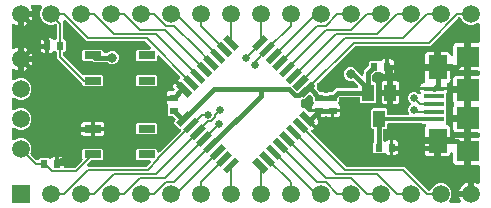
<source format=gtl>
From b7320a6b586e8cf12ea126e7ed4320e6d9f53e99 Mon Sep 17 00:00:00 2001
From: opiopan <opiopan@gmail.com>
Date: Mon, 1 Apr 2019 21:26:26 +0900
Subject: add examples

---
 examples/inputs/stm32breakout.GTL | 5526 +++++++++++++++++++++++++++++++++++++
 1 file changed, 5526 insertions(+)
 create mode 100644 examples/inputs/stm32breakout.GTL

(limited to 'examples/inputs/stm32breakout.GTL')

diff --git a/examples/inputs/stm32breakout.GTL b/examples/inputs/stm32breakout.GTL
new file mode 100644
index 0000000..a292a4c
--- /dev/null
+++ b/examples/inputs/stm32breakout.GTL
@@ -0,0 +1,5526 @@
+G04 EAGLE Gerber RS-274X export*
+G75*
+%MOMM*%
+%FSLAX34Y34*%
+%LPD*%
+%INTop Layer*%
+%IPPOS*%
+%AMOC8*
+5,1,8,0,0,1.08239X$1,22.5*%
+G01*
+%ADD10R,0.600000X0.700000*%
+%ADD11R,0.700000X0.600000*%
+%ADD12R,1.500000X1.500000*%
+%ADD13C,1.500000*%
+%ADD14R,1.900000X1.800000*%
+%ADD15R,1.750000X0.400000*%
+%ADD16R,1.600000X2.100000*%
+%ADD17R,1.900000X1.900000*%
+%ADD18R,1.450000X0.650000*%
+%ADD19R,0.540000X1.400000*%
+%ADD20R,1.000000X1.400000*%
+%ADD21C,0.200000*%
+%ADD22C,0.450000*%
+%ADD23C,0.804800*%
+%ADD24C,0.654800*%
+%ADD25C,0.152400*%
+%ADD26C,0.380000*%
+
+G36*
+X384041Y5099D02*
+X384041Y5099D01*
+X384200Y5115D01*
+X384213Y5119D01*
+X384226Y5121D01*
+X384376Y5175D01*
+X384527Y5226D01*
+X384538Y5234D01*
+X384551Y5238D01*
+X384685Y5326D01*
+X384820Y5410D01*
+X384829Y5420D01*
+X384840Y5427D01*
+X384951Y5542D01*
+X385063Y5656D01*
+X385070Y5667D01*
+X385079Y5677D01*
+X385160Y5814D01*
+X385243Y5951D01*
+X385247Y5964D01*
+X385254Y5975D01*
+X385301Y6127D01*
+X385351Y6280D01*
+X385352Y6293D01*
+X385356Y6306D01*
+X385367Y6465D01*
+X385381Y6624D01*
+X385379Y6637D01*
+X385380Y6651D01*
+X385354Y6808D01*
+X385331Y6966D01*
+X385326Y6979D01*
+X385324Y6992D01*
+X385263Y7139D01*
+X385204Y7288D01*
+X385195Y7302D01*
+X385191Y7311D01*
+X385177Y7331D01*
+X385123Y7417D01*
+X384395Y8846D01*
+X383955Y10201D01*
+X392700Y10201D01*
+X392735Y10205D01*
+X392770Y10202D01*
+X392906Y10225D01*
+X393043Y10241D01*
+X393077Y10253D01*
+X393112Y10258D01*
+X393239Y10311D01*
+X393368Y10358D01*
+X393398Y10377D01*
+X393431Y10391D01*
+X393543Y10472D01*
+X393658Y10547D01*
+X393682Y10573D01*
+X393711Y10593D01*
+X393802Y10697D01*
+X393897Y10797D01*
+X393915Y10828D01*
+X393938Y10854D01*
+X394002Y10977D01*
+X394072Y11095D01*
+X394082Y11129D01*
+X394099Y11160D01*
+X394133Y11294D01*
+X394174Y11426D01*
+X394176Y11461D01*
+X394185Y11495D01*
+X394199Y11700D01*
+X394199Y12201D01*
+X394700Y12201D01*
+X394735Y12205D01*
+X394771Y12203D01*
+X394907Y12225D01*
+X395043Y12241D01*
+X395077Y12253D01*
+X395112Y12259D01*
+X395239Y12311D01*
+X395369Y12358D01*
+X395398Y12378D01*
+X395431Y12391D01*
+X395543Y12472D01*
+X395658Y12547D01*
+X395683Y12573D01*
+X395711Y12594D01*
+X395802Y12698D01*
+X395897Y12797D01*
+X395915Y12828D01*
+X395938Y12855D01*
+X396002Y12977D01*
+X396072Y13095D01*
+X396082Y13129D01*
+X396099Y13161D01*
+X396133Y13294D01*
+X396174Y13426D01*
+X396176Y13461D01*
+X396185Y13496D01*
+X396199Y13700D01*
+X396199Y22445D01*
+X397554Y22005D01*
+X399035Y21251D01*
+X399078Y21227D01*
+X399215Y21146D01*
+X399228Y21142D01*
+X399240Y21135D01*
+X399393Y21091D01*
+X399546Y21044D01*
+X399559Y21043D01*
+X399572Y21039D01*
+X399731Y21031D01*
+X399891Y21020D01*
+X399904Y21022D01*
+X399917Y21022D01*
+X400074Y21050D01*
+X400232Y21076D01*
+X400244Y21081D01*
+X400257Y21084D01*
+X400404Y21148D01*
+X400551Y21209D01*
+X400562Y21217D01*
+X400574Y21222D01*
+X400702Y21318D01*
+X400831Y21411D01*
+X400840Y21421D01*
+X400851Y21429D01*
+X400953Y21551D01*
+X401058Y21672D01*
+X401064Y21684D01*
+X401073Y21694D01*
+X401144Y21836D01*
+X401219Y21978D01*
+X401222Y21991D01*
+X401228Y22003D01*
+X401265Y22158D01*
+X401305Y22313D01*
+X401306Y22330D01*
+X401309Y22339D01*
+X401309Y22364D01*
+X401319Y22518D01*
+X401319Y35860D01*
+X401315Y35895D01*
+X401318Y35931D01*
+X401295Y36067D01*
+X401279Y36203D01*
+X401267Y36237D01*
+X401262Y36272D01*
+X401209Y36399D01*
+X401162Y36529D01*
+X401143Y36558D01*
+X401129Y36591D01*
+X401048Y36703D01*
+X400973Y36818D01*
+X400947Y36843D01*
+X400927Y36871D01*
+X400823Y36962D01*
+X400723Y37057D01*
+X400692Y37075D01*
+X400666Y37098D01*
+X400543Y37162D01*
+X400425Y37232D01*
+X400391Y37242D01*
+X400359Y37259D01*
+X400226Y37293D01*
+X400094Y37334D01*
+X400059Y37336D01*
+X400025Y37345D01*
+X399820Y37359D01*
+X394159Y37359D01*
+X394159Y47400D01*
+X394155Y47435D01*
+X394158Y47470D01*
+X394135Y47607D01*
+X394119Y47743D01*
+X394107Y47777D01*
+X394102Y47812D01*
+X394049Y47939D01*
+X394002Y48069D01*
+X393982Y48098D01*
+X393969Y48131D01*
+X393888Y48243D01*
+X393813Y48358D01*
+X393787Y48383D01*
+X393767Y48411D01*
+X393662Y48502D01*
+X393563Y48597D01*
+X393532Y48615D01*
+X393505Y48638D01*
+X393383Y48702D01*
+X393265Y48772D01*
+X393231Y48782D01*
+X393199Y48799D01*
+X393066Y48833D01*
+X392934Y48874D01*
+X392899Y48876D01*
+X392865Y48885D01*
+X392660Y48899D01*
+X389660Y48899D01*
+X389625Y48895D01*
+X389589Y48897D01*
+X389453Y48875D01*
+X389317Y48859D01*
+X389283Y48847D01*
+X389248Y48841D01*
+X389121Y48789D01*
+X388991Y48742D01*
+X388962Y48722D01*
+X388929Y48709D01*
+X388817Y48628D01*
+X388702Y48553D01*
+X388677Y48527D01*
+X388649Y48507D01*
+X388558Y48402D01*
+X388463Y48303D01*
+X388445Y48272D01*
+X388422Y48245D01*
+X388358Y48123D01*
+X388288Y48005D01*
+X388278Y47971D01*
+X388261Y47939D01*
+X388227Y47806D01*
+X388186Y47674D01*
+X388184Y47639D01*
+X388175Y47605D01*
+X388161Y47400D01*
+X388161Y37359D01*
+X381325Y37359D01*
+X380679Y37532D01*
+X380100Y37867D01*
+X379627Y38340D01*
+X379292Y38919D01*
+X379119Y39565D01*
+X379119Y46570D01*
+X379102Y46719D01*
+X379089Y46868D01*
+X379082Y46890D01*
+X379079Y46913D01*
+X379028Y47054D01*
+X378982Y47197D01*
+X378970Y47217D01*
+X378962Y47238D01*
+X378880Y47364D01*
+X378802Y47492D01*
+X378786Y47509D01*
+X378773Y47528D01*
+X378664Y47632D01*
+X378559Y47738D01*
+X378540Y47751D01*
+X378523Y47767D01*
+X378394Y47843D01*
+X378266Y47922D01*
+X378245Y47930D01*
+X378225Y47942D01*
+X378082Y47986D01*
+X377939Y48035D01*
+X377916Y48037D01*
+X377894Y48044D01*
+X377745Y48054D01*
+X377595Y48069D01*
+X377572Y48066D01*
+X377549Y48067D01*
+X377402Y48043D01*
+X377253Y48023D01*
+X377231Y48015D01*
+X377208Y48011D01*
+X377070Y47954D01*
+X376929Y47900D01*
+X376910Y47888D01*
+X376889Y47879D01*
+X376767Y47791D01*
+X376643Y47707D01*
+X376627Y47690D01*
+X376609Y47676D01*
+X376510Y47563D01*
+X376408Y47453D01*
+X376397Y47433D01*
+X376382Y47415D01*
+X376312Y47282D01*
+X376238Y47152D01*
+X376229Y47123D01*
+X376221Y47109D01*
+X376213Y47079D01*
+X376172Y46958D01*
+X376028Y46419D01*
+X375693Y45840D01*
+X375220Y45367D01*
+X374641Y45032D01*
+X373995Y44859D01*
+X368659Y44859D01*
+X368659Y54901D01*
+X377620Y54901D01*
+X377655Y54905D01*
+X377691Y54902D01*
+X377827Y54925D01*
+X377963Y54941D01*
+X377997Y54953D01*
+X378032Y54958D01*
+X378159Y55011D01*
+X378289Y55058D01*
+X378318Y55078D01*
+X378351Y55091D01*
+X378463Y55172D01*
+X378578Y55247D01*
+X378603Y55273D01*
+X378631Y55293D01*
+X378722Y55398D01*
+X378817Y55497D01*
+X378835Y55528D01*
+X378858Y55554D01*
+X378922Y55677D01*
+X378992Y55795D01*
+X379002Y55829D01*
+X379019Y55861D01*
+X379053Y55994D01*
+X379094Y56126D01*
+X379096Y56161D01*
+X379105Y56195D01*
+X379119Y56400D01*
+X379119Y58235D01*
+X379292Y58881D01*
+X379627Y59460D01*
+X380100Y59933D01*
+X380679Y60268D01*
+X381325Y60441D01*
+X388161Y60441D01*
+X388161Y50400D01*
+X388165Y50365D01*
+X388162Y50330D01*
+X388185Y50193D01*
+X388201Y50057D01*
+X388213Y50023D01*
+X388218Y49988D01*
+X388271Y49861D01*
+X388318Y49731D01*
+X388338Y49702D01*
+X388351Y49669D01*
+X388432Y49557D01*
+X388507Y49442D01*
+X388533Y49417D01*
+X388553Y49389D01*
+X388658Y49298D01*
+X388757Y49203D01*
+X388788Y49185D01*
+X388814Y49162D01*
+X388937Y49098D01*
+X389055Y49028D01*
+X389089Y49018D01*
+X389121Y49001D01*
+X389254Y48967D01*
+X389386Y48926D01*
+X389421Y48924D01*
+X389455Y48915D01*
+X389660Y48901D01*
+X392660Y48901D01*
+X392695Y48905D01*
+X392730Y48903D01*
+X392867Y48925D01*
+X393003Y48941D01*
+X393037Y48953D01*
+X393072Y48959D01*
+X393199Y49011D01*
+X393329Y49058D01*
+X393358Y49078D01*
+X393391Y49091D01*
+X393503Y49172D01*
+X393618Y49247D01*
+X393643Y49273D01*
+X393671Y49293D01*
+X393762Y49398D01*
+X393857Y49497D01*
+X393875Y49528D01*
+X393898Y49555D01*
+X393962Y49677D01*
+X394032Y49795D01*
+X394042Y49829D01*
+X394059Y49861D01*
+X394093Y49994D01*
+X394134Y50126D01*
+X394136Y50161D01*
+X394145Y50195D01*
+X394159Y50400D01*
+X394159Y60441D01*
+X399820Y60441D01*
+X399855Y60445D01*
+X399891Y60442D01*
+X400027Y60465D01*
+X400163Y60481D01*
+X400197Y60493D01*
+X400232Y60498D01*
+X400359Y60551D01*
+X400489Y60598D01*
+X400518Y60617D01*
+X400551Y60631D01*
+X400663Y60712D01*
+X400778Y60787D01*
+X400803Y60813D01*
+X400831Y60833D01*
+X400922Y60937D01*
+X401017Y61037D01*
+X401035Y61068D01*
+X401058Y61094D01*
+X401122Y61217D01*
+X401192Y61335D01*
+X401202Y61369D01*
+X401219Y61401D01*
+X401253Y61534D01*
+X401294Y61666D01*
+X401296Y61701D01*
+X401305Y61735D01*
+X401319Y61940D01*
+X401319Y63360D01*
+X401315Y63395D01*
+X401318Y63431D01*
+X401295Y63567D01*
+X401279Y63703D01*
+X401267Y63737D01*
+X401262Y63772D01*
+X401209Y63899D01*
+X401162Y64029D01*
+X401143Y64058D01*
+X401129Y64091D01*
+X401048Y64203D01*
+X400973Y64318D01*
+X400947Y64343D01*
+X400927Y64371D01*
+X400823Y64462D01*
+X400723Y64557D01*
+X400692Y64575D01*
+X400666Y64598D01*
+X400543Y64662D01*
+X400425Y64732D01*
+X400391Y64742D01*
+X400359Y64759D01*
+X400226Y64793D01*
+X400094Y64834D01*
+X400059Y64836D01*
+X400025Y64845D01*
+X399820Y64859D01*
+X394159Y64859D01*
+X394159Y75400D01*
+X394155Y75435D01*
+X394158Y75470D01*
+X394135Y75607D01*
+X394119Y75743D01*
+X394107Y75777D01*
+X394102Y75812D01*
+X394049Y75939D01*
+X394002Y76068D01*
+X393982Y76098D01*
+X393969Y76131D01*
+X393888Y76243D01*
+X393813Y76358D01*
+X393787Y76383D01*
+X393767Y76411D01*
+X393662Y76502D01*
+X393563Y76597D01*
+X393532Y76615D01*
+X393506Y76638D01*
+X393383Y76702D01*
+X393265Y76772D01*
+X393231Y76782D01*
+X393199Y76799D01*
+X393066Y76833D01*
+X392934Y76874D01*
+X392899Y76876D01*
+X392865Y76885D01*
+X392660Y76899D01*
+X391159Y76899D01*
+X391159Y76901D01*
+X392660Y76901D01*
+X392695Y76905D01*
+X392731Y76903D01*
+X392867Y76925D01*
+X393003Y76941D01*
+X393037Y76953D01*
+X393072Y76959D01*
+X393199Y77011D01*
+X393329Y77058D01*
+X393358Y77078D01*
+X393391Y77091D01*
+X393503Y77172D01*
+X393618Y77247D01*
+X393643Y77273D01*
+X393671Y77293D01*
+X393762Y77398D01*
+X393857Y77497D01*
+X393875Y77528D01*
+X393898Y77555D01*
+X393962Y77677D01*
+X394032Y77795D01*
+X394042Y77829D01*
+X394059Y77861D01*
+X394093Y77994D01*
+X394134Y78126D01*
+X394136Y78161D01*
+X394145Y78195D01*
+X394159Y78400D01*
+X394159Y99400D01*
+X394155Y99435D01*
+X394158Y99470D01*
+X394135Y99607D01*
+X394119Y99743D01*
+X394107Y99777D01*
+X394102Y99812D01*
+X394049Y99939D01*
+X394002Y100068D01*
+X393982Y100098D01*
+X393969Y100131D01*
+X393888Y100243D01*
+X393813Y100358D01*
+X393787Y100383D01*
+X393767Y100411D01*
+X393662Y100502D01*
+X393563Y100597D01*
+X393532Y100615D01*
+X393506Y100638D01*
+X393383Y100702D01*
+X393265Y100772D01*
+X393231Y100782D01*
+X393199Y100799D01*
+X393066Y100833D01*
+X392934Y100874D01*
+X392899Y100876D01*
+X392865Y100885D01*
+X392660Y100899D01*
+X391159Y100899D01*
+X391159Y100901D01*
+X392660Y100901D01*
+X392695Y100905D01*
+X392731Y100903D01*
+X392867Y100925D01*
+X393003Y100941D01*
+X393037Y100953D01*
+X393072Y100959D01*
+X393199Y101011D01*
+X393329Y101058D01*
+X393358Y101078D01*
+X393391Y101091D01*
+X393503Y101172D01*
+X393618Y101247D01*
+X393643Y101273D01*
+X393671Y101293D01*
+X393762Y101398D01*
+X393857Y101497D01*
+X393875Y101528D01*
+X393898Y101555D01*
+X393962Y101677D01*
+X394032Y101795D01*
+X394042Y101829D01*
+X394059Y101861D01*
+X394093Y101994D01*
+X394134Y102126D01*
+X394136Y102161D01*
+X394145Y102195D01*
+X394159Y102400D01*
+X394159Y112941D01*
+X399820Y112941D01*
+X399855Y112945D01*
+X399891Y112942D01*
+X400027Y112965D01*
+X400163Y112981D01*
+X400197Y112993D01*
+X400232Y112998D01*
+X400359Y113051D01*
+X400489Y113098D01*
+X400518Y113117D01*
+X400551Y113131D01*
+X400663Y113212D01*
+X400778Y113287D01*
+X400803Y113313D01*
+X400831Y113333D01*
+X400922Y113437D01*
+X401017Y113537D01*
+X401035Y113568D01*
+X401058Y113594D01*
+X401122Y113717D01*
+X401192Y113835D01*
+X401202Y113869D01*
+X401219Y113901D01*
+X401253Y114034D01*
+X401294Y114166D01*
+X401296Y114201D01*
+X401305Y114235D01*
+X401319Y114440D01*
+X401319Y115860D01*
+X401315Y115895D01*
+X401318Y115931D01*
+X401295Y116067D01*
+X401279Y116203D01*
+X401267Y116237D01*
+X401262Y116272D01*
+X401209Y116399D01*
+X401162Y116529D01*
+X401143Y116558D01*
+X401129Y116591D01*
+X401048Y116703D01*
+X400973Y116818D01*
+X400947Y116843D01*
+X400927Y116871D01*
+X400823Y116962D01*
+X400723Y117057D01*
+X400692Y117075D01*
+X400666Y117098D01*
+X400543Y117162D01*
+X400425Y117232D01*
+X400391Y117242D01*
+X400359Y117259D01*
+X400226Y117293D01*
+X400094Y117334D01*
+X400059Y117336D01*
+X400025Y117345D01*
+X399820Y117359D01*
+X394159Y117359D01*
+X394159Y127400D01*
+X394155Y127435D01*
+X394158Y127470D01*
+X394135Y127607D01*
+X394119Y127743D01*
+X394107Y127777D01*
+X394102Y127812D01*
+X394049Y127939D01*
+X394002Y128069D01*
+X393982Y128098D01*
+X393969Y128131D01*
+X393888Y128243D01*
+X393813Y128358D01*
+X393787Y128383D01*
+X393767Y128411D01*
+X393662Y128502D01*
+X393563Y128597D01*
+X393532Y128615D01*
+X393505Y128638D01*
+X393383Y128702D01*
+X393265Y128772D01*
+X393231Y128782D01*
+X393199Y128799D01*
+X393066Y128833D01*
+X392934Y128874D01*
+X392899Y128876D01*
+X392865Y128885D01*
+X392660Y128899D01*
+X389660Y128899D01*
+X389625Y128895D01*
+X389589Y128897D01*
+X389453Y128875D01*
+X389317Y128859D01*
+X389283Y128847D01*
+X389248Y128841D01*
+X389121Y128789D01*
+X388991Y128742D01*
+X388962Y128722D01*
+X388929Y128709D01*
+X388817Y128628D01*
+X388702Y128553D01*
+X388677Y128527D01*
+X388649Y128507D01*
+X388558Y128402D01*
+X388463Y128303D01*
+X388445Y128272D01*
+X388422Y128245D01*
+X388358Y128123D01*
+X388288Y128005D01*
+X388278Y127971D01*
+X388261Y127939D01*
+X388227Y127806D01*
+X388186Y127674D01*
+X388184Y127639D01*
+X388175Y127605D01*
+X388161Y127400D01*
+X388161Y117359D01*
+X381325Y117359D01*
+X380679Y117532D01*
+X380100Y117867D01*
+X379627Y118340D01*
+X379292Y118919D01*
+X379119Y119565D01*
+X379119Y121400D01*
+X379115Y121435D01*
+X379118Y121470D01*
+X379095Y121607D01*
+X379079Y121743D01*
+X379067Y121777D01*
+X379062Y121812D01*
+X379009Y121939D01*
+X378962Y122069D01*
+X378943Y122098D01*
+X378929Y122131D01*
+X378848Y122243D01*
+X378773Y122358D01*
+X378747Y122383D01*
+X378727Y122411D01*
+X378623Y122502D01*
+X378523Y122597D01*
+X378492Y122615D01*
+X378466Y122638D01*
+X378343Y122702D01*
+X378225Y122772D01*
+X378191Y122782D01*
+X378159Y122799D01*
+X378026Y122833D01*
+X377894Y122874D01*
+X377859Y122876D01*
+X377825Y122885D01*
+X377620Y122899D01*
+X368659Y122899D01*
+X368659Y132941D01*
+X373995Y132941D01*
+X374641Y132768D01*
+X375220Y132433D01*
+X375693Y131960D01*
+X376028Y131381D01*
+X376172Y130842D01*
+X376227Y130703D01*
+X376278Y130562D01*
+X376291Y130542D01*
+X376299Y130521D01*
+X376385Y130397D01*
+X376467Y130272D01*
+X376484Y130256D01*
+X376497Y130237D01*
+X376609Y130137D01*
+X376717Y130033D01*
+X376737Y130022D01*
+X376754Y130006D01*
+X376886Y129935D01*
+X377015Y129858D01*
+X377037Y129852D01*
+X377058Y129841D01*
+X377202Y129801D01*
+X377346Y129756D01*
+X377369Y129755D01*
+X377391Y129749D01*
+X377541Y129743D01*
+X377691Y129733D01*
+X377713Y129737D01*
+X377736Y129736D01*
+X377884Y129764D01*
+X378032Y129789D01*
+X378053Y129798D01*
+X378076Y129802D01*
+X378213Y129864D01*
+X378351Y129921D01*
+X378370Y129935D01*
+X378391Y129944D01*
+X378510Y130036D01*
+X378631Y130124D01*
+X378647Y130141D01*
+X378665Y130155D01*
+X378760Y130271D01*
+X378858Y130385D01*
+X378869Y130405D01*
+X378883Y130423D01*
+X378949Y130558D01*
+X379019Y130691D01*
+X379025Y130713D01*
+X379035Y130734D01*
+X379068Y130880D01*
+X379105Y131026D01*
+X379107Y131056D01*
+X379111Y131071D01*
+X379111Y131103D01*
+X379119Y131230D01*
+X379119Y138235D01*
+X379292Y138881D01*
+X379627Y139460D01*
+X380100Y139933D01*
+X380679Y140268D01*
+X381325Y140441D01*
+X388161Y140441D01*
+X388161Y130400D01*
+X388165Y130365D01*
+X388162Y130330D01*
+X388185Y130193D01*
+X388201Y130057D01*
+X388213Y130023D01*
+X388218Y129988D01*
+X388271Y129861D01*
+X388318Y129731D01*
+X388338Y129702D01*
+X388351Y129669D01*
+X388432Y129557D01*
+X388507Y129442D01*
+X388533Y129417D01*
+X388553Y129389D01*
+X388658Y129298D01*
+X388757Y129203D01*
+X388788Y129185D01*
+X388814Y129162D01*
+X388937Y129098D01*
+X389055Y129028D01*
+X389089Y129018D01*
+X389121Y129001D01*
+X389254Y128967D01*
+X389386Y128926D01*
+X389421Y128924D01*
+X389455Y128915D01*
+X389660Y128901D01*
+X392660Y128901D01*
+X392695Y128905D01*
+X392730Y128903D01*
+X392867Y128925D01*
+X393003Y128941D01*
+X393037Y128953D01*
+X393072Y128959D01*
+X393199Y129011D01*
+X393329Y129058D01*
+X393358Y129078D01*
+X393391Y129091D01*
+X393503Y129172D01*
+X393618Y129247D01*
+X393643Y129273D01*
+X393671Y129293D01*
+X393762Y129398D01*
+X393857Y129497D01*
+X393875Y129528D01*
+X393898Y129555D01*
+X393962Y129677D01*
+X394032Y129795D01*
+X394042Y129829D01*
+X394059Y129861D01*
+X394093Y129994D01*
+X394134Y130126D01*
+X394136Y130161D01*
+X394145Y130195D01*
+X394159Y130400D01*
+X394159Y140441D01*
+X399820Y140441D01*
+X399855Y140445D01*
+X399891Y140442D01*
+X400027Y140465D01*
+X400163Y140481D01*
+X400197Y140493D01*
+X400232Y140498D01*
+X400359Y140551D01*
+X400489Y140598D01*
+X400518Y140617D01*
+X400551Y140631D01*
+X400663Y140712D01*
+X400778Y140787D01*
+X400803Y140813D01*
+X400831Y140833D01*
+X400922Y140937D01*
+X401017Y141037D01*
+X401035Y141068D01*
+X401058Y141094D01*
+X401122Y141217D01*
+X401192Y141335D01*
+X401202Y141369D01*
+X401219Y141401D01*
+X401253Y141534D01*
+X401294Y141666D01*
+X401296Y141701D01*
+X401305Y141735D01*
+X401319Y141940D01*
+X401319Y156337D01*
+X401307Y156441D01*
+X401305Y156545D01*
+X401287Y156612D01*
+X401279Y156680D01*
+X401244Y156778D01*
+X401218Y156880D01*
+X401185Y156941D01*
+X401162Y157006D01*
+X401105Y157093D01*
+X401056Y157185D01*
+X401011Y157237D01*
+X400973Y157295D01*
+X400898Y157367D01*
+X400829Y157446D01*
+X400773Y157486D01*
+X400723Y157534D01*
+X400633Y157587D01*
+X400548Y157647D01*
+X400484Y157674D01*
+X400425Y157709D01*
+X400325Y157740D01*
+X400229Y157779D01*
+X400160Y157790D01*
+X400094Y157811D01*
+X399990Y157818D01*
+X399887Y157835D01*
+X399818Y157830D01*
+X399749Y157834D01*
+X399646Y157818D01*
+X399542Y157810D01*
+X399476Y157790D01*
+X399408Y157778D01*
+X399312Y157739D01*
+X399212Y157707D01*
+X399153Y157672D01*
+X399089Y157646D01*
+X399004Y157585D01*
+X398914Y157532D01*
+X398836Y157463D01*
+X398822Y157453D01*
+X395495Y156075D01*
+X391905Y156075D01*
+X388588Y157449D01*
+X386049Y159988D01*
+X385410Y161532D01*
+X385334Y161668D01*
+X385261Y161806D01*
+X385250Y161819D01*
+X385242Y161834D01*
+X385136Y161949D01*
+X385034Y162067D01*
+X385020Y162077D01*
+X385009Y162089D01*
+X384880Y162177D01*
+X384753Y162268D01*
+X384737Y162275D01*
+X384723Y162284D01*
+X384578Y162340D01*
+X384433Y162400D01*
+X384417Y162403D01*
+X384401Y162409D01*
+X384246Y162431D01*
+X384092Y162456D01*
+X384075Y162454D01*
+X384058Y162457D01*
+X383904Y162442D01*
+X383747Y162431D01*
+X383731Y162426D01*
+X383714Y162425D01*
+X383567Y162375D01*
+X383417Y162328D01*
+X383402Y162320D01*
+X383386Y162314D01*
+X383254Y162232D01*
+X383119Y162153D01*
+X383103Y162138D01*
+X383093Y162132D01*
+X383073Y162112D01*
+X382965Y162018D01*
+X359402Y138455D01*
+X296545Y138455D01*
+X296407Y138439D01*
+X296267Y138429D01*
+X296235Y138419D01*
+X296201Y138415D01*
+X296070Y138368D01*
+X295937Y138327D01*
+X295908Y138309D01*
+X295876Y138298D01*
+X295759Y138222D01*
+X295639Y138151D01*
+X295605Y138121D01*
+X295587Y138109D01*
+X295563Y138085D01*
+X295485Y138016D01*
+X263995Y106527D01*
+X263909Y106418D01*
+X263817Y106312D01*
+X263801Y106282D01*
+X263780Y106256D01*
+X263721Y106130D01*
+X263656Y106006D01*
+X263648Y105973D01*
+X263634Y105943D01*
+X263605Y105806D01*
+X263570Y105671D01*
+X263567Y105626D01*
+X263562Y105604D01*
+X263563Y105570D01*
+X263556Y105466D01*
+X263556Y103678D01*
+X263532Y103657D01*
+X263451Y103545D01*
+X263366Y103437D01*
+X263351Y103405D01*
+X263330Y103376D01*
+X263277Y103248D01*
+X263219Y103124D01*
+X263212Y103089D01*
+X263198Y103056D01*
+X263176Y102920D01*
+X263148Y102786D01*
+X263149Y102750D01*
+X263143Y102715D01*
+X263153Y102578D01*
+X263156Y102440D01*
+X263165Y102406D01*
+X263167Y102370D01*
+X263208Y102239D01*
+X263243Y102105D01*
+X263260Y102074D01*
+X263270Y102040D01*
+X263340Y101921D01*
+X263404Y101800D01*
+X263428Y101773D01*
+X263446Y101742D01*
+X263581Y101588D01*
+X265804Y99364D01*
+X265914Y99277D01*
+X266019Y99186D01*
+X266049Y99170D01*
+X266075Y99149D01*
+X266201Y99090D01*
+X266325Y99025D01*
+X266358Y99017D01*
+X266388Y99002D01*
+X266525Y98974D01*
+X266660Y98939D01*
+X266705Y98936D01*
+X266727Y98931D01*
+X266760Y98932D01*
+X266865Y98925D01*
+X269562Y98925D01*
+X269872Y98614D01*
+X269982Y98527D01*
+X270087Y98436D01*
+X270117Y98420D01*
+X270143Y98399D01*
+X270269Y98340D01*
+X270393Y98275D01*
+X270426Y98267D01*
+X270456Y98252D01*
+X270593Y98224D01*
+X270728Y98189D01*
+X270773Y98186D01*
+X270795Y98181D01*
+X270828Y98182D01*
+X270933Y98175D01*
+X271357Y98175D01*
+X271496Y98191D01*
+X271635Y98201D01*
+X271667Y98211D01*
+X271701Y98215D01*
+X271832Y98262D01*
+X271965Y98303D01*
+X271994Y98321D01*
+X272026Y98332D01*
+X272143Y98408D01*
+X272263Y98479D01*
+X272297Y98509D01*
+X272316Y98521D01*
+X272339Y98545D01*
+X272418Y98614D01*
+X272728Y98925D01*
+X275425Y98925D01*
+X275564Y98941D01*
+X275703Y98951D01*
+X275735Y98961D01*
+X275769Y98965D01*
+X275900Y99012D01*
+X276033Y99053D01*
+X276062Y99071D01*
+X276094Y99082D01*
+X276211Y99158D01*
+X276331Y99229D01*
+X276365Y99259D01*
+X276384Y99271D01*
+X276407Y99295D01*
+X276486Y99364D01*
+X279526Y102405D01*
+X296967Y102405D01*
+X297071Y102417D01*
+X297175Y102419D01*
+X297242Y102437D01*
+X297311Y102445D01*
+X297409Y102480D01*
+X297510Y102506D01*
+X297571Y102539D01*
+X297636Y102562D01*
+X297724Y102619D01*
+X297816Y102668D01*
+X297868Y102713D01*
+X297926Y102751D01*
+X297998Y102826D01*
+X298076Y102895D01*
+X298117Y102951D01*
+X298164Y103001D01*
+X298217Y103091D01*
+X298278Y103176D01*
+X298304Y103240D01*
+X298339Y103299D01*
+X298370Y103399D01*
+X298410Y103495D01*
+X298421Y103564D01*
+X298441Y103630D01*
+X298449Y103734D01*
+X298465Y103837D01*
+X298460Y103906D01*
+X298465Y103975D01*
+X298448Y104077D01*
+X298441Y104182D01*
+X298420Y104248D01*
+X298409Y104316D01*
+X298369Y104412D01*
+X298338Y104512D01*
+X298303Y104571D01*
+X298276Y104635D01*
+X298215Y104720D01*
+X298162Y104809D01*
+X298094Y104888D01*
+X298074Y104915D01*
+X298057Y104930D01*
+X298028Y104964D01*
+X294645Y108347D01*
+X294576Y108401D01*
+X294514Y108463D01*
+X294441Y108508D01*
+X294374Y108561D01*
+X294295Y108599D01*
+X294220Y108645D01*
+X294139Y108672D01*
+X294061Y108708D01*
+X293975Y108726D01*
+X293892Y108754D01*
+X293807Y108762D01*
+X293723Y108779D01*
+X293635Y108777D01*
+X293548Y108785D01*
+X293463Y108773D01*
+X293377Y108771D01*
+X293300Y108751D01*
+X290996Y108751D01*
+X288957Y109596D01*
+X287396Y111157D01*
+X286551Y113196D01*
+X286551Y115404D01*
+X287396Y117443D01*
+X288957Y119004D01*
+X290996Y119849D01*
+X293204Y119849D01*
+X295243Y119004D01*
+X296804Y117443D01*
+X297099Y116731D01*
+X297108Y116714D01*
+X297114Y116697D01*
+X297192Y116563D01*
+X297267Y116429D01*
+X297280Y116415D01*
+X297289Y116399D01*
+X297424Y116244D01*
+X300396Y113272D01*
+X300478Y113208D01*
+X300553Y113136D01*
+X300613Y113101D01*
+X300667Y113058D01*
+X300761Y113013D01*
+X300851Y112961D01*
+X300917Y112940D01*
+X300980Y112911D01*
+X301082Y112889D01*
+X301182Y112859D01*
+X301251Y112854D01*
+X301318Y112840D01*
+X301422Y112842D01*
+X301527Y112835D01*
+X301595Y112846D01*
+X301664Y112848D01*
+X301765Y112874D01*
+X301868Y112891D01*
+X301932Y112917D01*
+X301998Y112935D01*
+X302091Y112984D01*
+X302187Y113024D01*
+X302243Y113064D01*
+X302304Y113096D01*
+X302383Y113165D01*
+X302467Y113226D01*
+X302513Y113278D01*
+X302565Y113323D01*
+X302626Y113408D01*
+X302694Y113487D01*
+X302726Y113548D01*
+X302767Y113604D01*
+X302806Y113701D01*
+X302855Y113793D01*
+X302872Y113860D01*
+X302899Y113924D01*
+X302915Y114027D01*
+X302941Y114128D01*
+X302948Y114232D01*
+X302954Y114265D01*
+X302952Y114288D01*
+X302955Y114333D01*
+X302955Y116944D01*
+X307036Y121024D01*
+X307123Y121134D01*
+X307214Y121239D01*
+X307230Y121269D01*
+X307251Y121295D01*
+X307310Y121421D01*
+X307375Y121545D01*
+X307383Y121578D01*
+X307398Y121608D01*
+X307426Y121745D01*
+X307461Y121880D01*
+X307464Y121925D01*
+X307469Y121947D01*
+X307468Y121980D01*
+X307475Y122085D01*
+X307475Y124782D01*
+X308368Y125675D01*
+X315632Y125675D01*
+X315721Y125585D01*
+X315749Y125563D01*
+X315773Y125536D01*
+X315885Y125456D01*
+X315992Y125370D01*
+X316025Y125355D01*
+X316053Y125334D01*
+X316181Y125282D01*
+X316305Y125223D01*
+X316340Y125216D01*
+X316373Y125202D01*
+X316509Y125180D01*
+X316644Y125152D01*
+X316679Y125153D01*
+X316714Y125147D01*
+X316852Y125157D01*
+X316989Y125160D01*
+X317024Y125169D01*
+X317059Y125172D01*
+X317191Y125213D01*
+X317324Y125247D01*
+X317355Y125264D01*
+X317389Y125274D01*
+X317508Y125344D01*
+X317630Y125409D01*
+X317657Y125432D01*
+X317687Y125450D01*
+X317842Y125585D01*
+X318440Y126183D01*
+X319019Y126518D01*
+X319665Y126691D01*
+X321501Y126691D01*
+X321501Y120650D01*
+X321501Y114609D01*
+X319665Y114609D01*
+X319019Y114782D01*
+X318440Y115117D01*
+X317842Y115715D01*
+X317814Y115737D01*
+X317791Y115764D01*
+X317679Y115844D01*
+X317571Y115930D01*
+X317539Y115945D01*
+X317510Y115966D01*
+X317383Y116018D01*
+X317258Y116077D01*
+X317223Y116084D01*
+X317190Y116098D01*
+X317054Y116120D01*
+X316919Y116148D01*
+X316884Y116147D01*
+X316849Y116153D01*
+X316712Y116143D01*
+X316574Y116140D01*
+X316539Y116131D01*
+X316504Y116128D01*
+X316373Y116088D01*
+X316239Y116053D01*
+X316208Y116036D01*
+X316174Y116026D01*
+X316055Y115956D01*
+X315933Y115891D01*
+X315907Y115868D01*
+X315876Y115850D01*
+X315721Y115715D01*
+X315632Y115625D01*
+X312935Y115625D01*
+X312796Y115609D01*
+X312657Y115599D01*
+X312625Y115589D01*
+X312591Y115585D01*
+X312460Y115538D01*
+X312327Y115497D01*
+X312298Y115479D01*
+X312266Y115468D01*
+X312149Y115392D01*
+X312029Y115321D01*
+X311995Y115291D01*
+X311976Y115279D01*
+X311953Y115255D01*
+X311874Y115186D01*
+X310944Y114256D01*
+X310857Y114146D01*
+X310766Y114041D01*
+X310750Y114011D01*
+X310729Y113985D01*
+X310670Y113859D01*
+X310605Y113735D01*
+X310597Y113702D01*
+X310582Y113672D01*
+X310554Y113535D01*
+X310519Y113400D01*
+X310516Y113355D01*
+X310511Y113333D01*
+X310512Y113300D01*
+X310505Y113195D01*
+X310505Y108654D01*
+X310509Y108619D01*
+X310506Y108583D01*
+X310529Y108447D01*
+X310545Y108311D01*
+X310557Y108277D01*
+X310562Y108242D01*
+X310615Y108115D01*
+X310662Y107985D01*
+X310681Y107956D01*
+X310695Y107923D01*
+X310776Y107811D01*
+X310851Y107696D01*
+X310877Y107671D01*
+X310897Y107643D01*
+X311002Y107552D01*
+X311101Y107457D01*
+X311132Y107439D01*
+X311158Y107416D01*
+X311281Y107352D01*
+X311399Y107282D01*
+X311433Y107272D01*
+X311465Y107255D01*
+X311598Y107221D01*
+X311730Y107180D01*
+X311765Y107178D01*
+X311799Y107169D01*
+X312004Y107155D01*
+X312362Y107155D01*
+X313255Y106262D01*
+X313255Y90998D01*
+X312362Y90105D01*
+X301098Y90105D01*
+X300205Y90998D01*
+X300205Y93356D01*
+X300201Y93391D01*
+X300204Y93427D01*
+X300181Y93563D01*
+X300165Y93699D01*
+X300153Y93733D01*
+X300148Y93768D01*
+X300095Y93895D01*
+X300048Y94025D01*
+X300029Y94054D01*
+X300015Y94087D01*
+X299934Y94199D01*
+X299859Y94314D01*
+X299833Y94339D01*
+X299813Y94367D01*
+X299709Y94458D01*
+X299609Y94553D01*
+X299578Y94571D01*
+X299552Y94594D01*
+X299429Y94658D01*
+X299311Y94728D01*
+X299277Y94738D01*
+X299245Y94755D01*
+X299112Y94789D01*
+X298980Y94830D01*
+X298945Y94832D01*
+X298911Y94841D01*
+X298706Y94855D01*
+X283384Y94855D01*
+X283349Y94851D01*
+X283313Y94854D01*
+X283177Y94831D01*
+X283041Y94815D01*
+X283007Y94803D01*
+X282972Y94798D01*
+X282845Y94745D01*
+X282715Y94698D01*
+X282686Y94679D01*
+X282653Y94665D01*
+X282541Y94584D01*
+X282426Y94509D01*
+X282401Y94483D01*
+X282373Y94463D01*
+X282282Y94359D01*
+X282187Y94259D01*
+X282169Y94228D01*
+X282146Y94202D01*
+X282082Y94079D01*
+X282012Y93961D01*
+X282002Y93927D01*
+X281985Y93895D01*
+X281951Y93762D01*
+X281910Y93630D01*
+X281908Y93595D01*
+X281899Y93561D01*
+X281885Y93356D01*
+X281885Y90768D01*
+X281795Y90679D01*
+X281773Y90651D01*
+X281746Y90627D01*
+X281666Y90515D01*
+X281580Y90408D01*
+X281565Y90375D01*
+X281544Y90347D01*
+X281492Y90219D01*
+X281433Y90095D01*
+X281426Y90060D01*
+X281412Y90027D01*
+X281390Y89891D01*
+X281362Y89756D01*
+X281363Y89721D01*
+X281357Y89686D01*
+X281367Y89548D01*
+X281370Y89411D01*
+X281379Y89376D01*
+X281382Y89341D01*
+X281423Y89209D01*
+X281457Y89076D01*
+X281474Y89045D01*
+X281484Y89011D01*
+X281554Y88892D01*
+X281619Y88770D01*
+X281642Y88743D01*
+X281660Y88713D01*
+X281795Y88558D01*
+X282393Y87960D01*
+X282728Y87381D01*
+X282901Y86735D01*
+X282901Y84899D01*
+X276860Y84899D01*
+X265430Y84899D01*
+X259389Y84899D01*
+X259389Y86735D01*
+X259562Y87381D01*
+X259897Y87960D01*
+X260495Y88558D01*
+X260517Y88586D01*
+X260544Y88609D01*
+X260624Y88721D01*
+X260710Y88829D01*
+X260725Y88861D01*
+X260746Y88890D01*
+X260798Y89017D01*
+X260857Y89142D01*
+X260864Y89177D01*
+X260878Y89210D01*
+X260900Y89346D01*
+X260928Y89481D01*
+X260927Y89516D01*
+X260933Y89551D01*
+X260923Y89688D01*
+X260920Y89826D01*
+X260911Y89861D01*
+X260908Y89896D01*
+X260868Y90027D01*
+X260833Y90161D01*
+X260816Y90192D01*
+X260806Y90226D01*
+X260736Y90345D01*
+X260671Y90467D01*
+X260648Y90493D01*
+X260630Y90524D01*
+X260495Y90679D01*
+X260405Y90768D01*
+X260405Y93465D01*
+X260389Y93604D01*
+X260379Y93743D01*
+X260369Y93775D01*
+X260365Y93809D01*
+X260318Y93940D01*
+X260277Y94073D01*
+X260259Y94102D01*
+X260248Y94134D01*
+X260172Y94251D01*
+X260101Y94371D01*
+X260071Y94405D01*
+X260059Y94424D01*
+X260035Y94447D01*
+X259966Y94526D01*
+X258242Y96249D01*
+X258215Y96271D01*
+X258191Y96298D01*
+X258079Y96379D01*
+X257971Y96464D01*
+X257939Y96479D01*
+X257910Y96500D01*
+X257783Y96552D01*
+X257658Y96611D01*
+X257624Y96618D01*
+X257591Y96632D01*
+X257455Y96654D01*
+X257320Y96682D01*
+X257285Y96681D01*
+X257250Y96687D01*
+X257112Y96677D01*
+X256974Y96674D01*
+X256940Y96665D01*
+X256905Y96663D01*
+X256773Y96622D01*
+X256640Y96587D01*
+X256608Y96570D01*
+X256574Y96560D01*
+X256456Y96490D01*
+X256334Y96425D01*
+X256307Y96402D01*
+X256277Y96384D01*
+X256122Y96249D01*
+X252763Y92891D01*
+X251460Y92891D01*
+X251425Y92887D01*
+X251389Y92889D01*
+X251253Y92867D01*
+X251117Y92851D01*
+X251083Y92839D01*
+X251048Y92833D01*
+X250921Y92780D01*
+X250791Y92733D01*
+X250762Y92714D01*
+X250729Y92700D01*
+X250617Y92620D01*
+X250502Y92545D01*
+X250477Y92519D01*
+X250449Y92498D01*
+X250358Y92394D01*
+X250263Y92294D01*
+X250245Y92264D01*
+X250222Y92237D01*
+X250158Y92115D01*
+X250088Y91996D01*
+X250078Y91962D01*
+X250061Y91931D01*
+X250027Y91797D01*
+X249986Y91666D01*
+X249984Y91630D01*
+X249975Y91596D01*
+X249961Y91391D01*
+X249961Y87387D01*
+X249968Y87329D01*
+X249965Y87270D01*
+X249987Y87158D01*
+X250001Y87044D01*
+X250021Y86989D01*
+X250032Y86931D01*
+X250079Y86827D01*
+X250118Y86718D01*
+X250150Y86669D01*
+X250174Y86616D01*
+X250244Y86525D01*
+X250307Y86429D01*
+X250349Y86388D01*
+X250385Y86342D01*
+X250474Y86269D01*
+X250557Y86190D01*
+X250608Y86161D01*
+X250653Y86124D01*
+X250756Y86073D01*
+X250855Y86015D01*
+X250911Y85998D01*
+X250964Y85972D01*
+X251076Y85947D01*
+X251186Y85913D01*
+X251244Y85909D01*
+X251301Y85896D01*
+X251416Y85897D01*
+X251531Y85889D01*
+X251588Y85899D01*
+X251647Y85899D01*
+X251779Y85925D01*
+X252466Y85925D01*
+X253113Y85752D01*
+X253692Y85418D01*
+X256830Y82280D01*
+X256912Y82215D01*
+X256987Y82143D01*
+X257047Y82108D01*
+X257101Y82065D01*
+X257195Y82021D01*
+X257285Y81968D01*
+X257351Y81947D01*
+X257414Y81918D01*
+X257516Y81897D01*
+X257616Y81866D01*
+X257685Y81861D01*
+X257752Y81847D01*
+X257856Y81849D01*
+X257961Y81842D01*
+X258029Y81853D01*
+X258098Y81855D01*
+X258199Y81881D01*
+X258302Y81898D01*
+X258308Y81901D01*
+X263931Y81901D01*
+X263931Y77526D01*
+X263911Y77513D01*
+X263839Y77438D01*
+X263761Y77369D01*
+X263720Y77313D01*
+X263673Y77263D01*
+X263620Y77173D01*
+X263559Y77088D01*
+X263533Y77024D01*
+X263498Y76965D01*
+X263467Y76865D01*
+X263427Y76769D01*
+X263416Y76700D01*
+X263396Y76634D01*
+X263389Y76530D01*
+X263372Y76427D01*
+X263377Y76358D01*
+X263372Y76289D01*
+X263389Y76186D01*
+X263396Y76082D01*
+X263417Y76016D01*
+X263428Y75948D01*
+X263468Y75852D01*
+X263499Y75752D01*
+X263534Y75693D01*
+X263561Y75629D01*
+X263622Y75544D01*
+X263675Y75454D01*
+X263743Y75376D01*
+X263763Y75349D01*
+X263780Y75334D01*
+X263810Y75300D01*
+X264064Y75045D01*
+X264399Y74466D01*
+X264572Y73820D01*
+X264572Y73151D01*
+X264399Y72504D01*
+X264064Y71925D01*
+X262979Y70840D01*
+X256233Y77586D01*
+X256205Y77608D01*
+X256182Y77634D01*
+X256070Y77715D01*
+X255962Y77800D01*
+X255930Y77815D01*
+X255901Y77836D01*
+X255773Y77889D01*
+X255649Y77947D01*
+X255614Y77954D01*
+X255581Y77968D01*
+X255445Y77990D01*
+X255310Y78018D01*
+X255275Y78018D01*
+X255240Y78023D01*
+X255103Y78014D01*
+X254965Y78010D01*
+X254930Y78001D01*
+X254895Y77999D01*
+X254763Y77958D01*
+X254630Y77923D01*
+X254599Y77907D01*
+X254565Y77896D01*
+X254446Y77826D01*
+X254324Y77762D01*
+X254298Y77738D01*
+X254267Y77720D01*
+X254113Y77586D01*
+X254112Y77585D01*
+X254090Y77558D01*
+X254064Y77535D01*
+X254064Y77534D01*
+X253983Y77422D01*
+X253898Y77314D01*
+X253883Y77282D01*
+X253862Y77253D01*
+X253809Y77126D01*
+X253751Y77001D01*
+X253743Y76967D01*
+X253730Y76934D01*
+X253708Y76798D01*
+X253680Y76663D01*
+X253680Y76628D01*
+X253675Y76593D01*
+X253684Y76455D01*
+X253688Y76317D01*
+X253697Y76283D01*
+X253699Y76248D01*
+X253740Y76116D01*
+X253775Y75983D01*
+X253791Y75952D01*
+X253802Y75918D01*
+X253872Y75799D01*
+X253936Y75677D01*
+X253959Y75650D01*
+X253978Y75620D01*
+X254112Y75465D01*
+X260858Y68719D01*
+X259773Y67634D01*
+X259277Y67347D01*
+X259230Y67312D01*
+X259178Y67285D01*
+X259092Y67210D01*
+X258999Y67141D01*
+X258961Y67096D01*
+X258917Y67058D01*
+X258850Y66964D01*
+X258776Y66877D01*
+X258750Y66824D01*
+X258716Y66777D01*
+X258672Y66671D01*
+X258620Y66568D01*
+X258606Y66511D01*
+X258584Y66457D01*
+X258565Y66344D01*
+X258538Y66232D01*
+X258538Y66174D01*
+X258529Y66116D01*
+X258537Y66001D01*
+X258536Y65886D01*
+X258549Y65830D01*
+X258553Y65771D01*
+X258587Y65661D01*
+X258613Y65549D01*
+X258638Y65497D01*
+X258656Y65441D01*
+X258714Y65342D01*
+X258765Y65239D01*
+X258802Y65194D01*
+X258831Y65143D01*
+X258966Y64989D01*
+X287695Y36260D01*
+X287804Y36174D01*
+X287909Y36082D01*
+X287939Y36066D01*
+X287966Y36045D01*
+X288092Y35986D01*
+X288215Y35921D01*
+X288248Y35913D01*
+X288279Y35899D01*
+X288415Y35870D01*
+X288550Y35835D01*
+X288595Y35832D01*
+X288617Y35827D01*
+X288651Y35828D01*
+X288755Y35821D01*
+X337526Y35821D01*
+X357565Y15782D01*
+X357687Y15685D01*
+X357807Y15585D01*
+X357822Y15578D01*
+X357836Y15567D01*
+X357977Y15501D01*
+X358117Y15432D01*
+X358133Y15428D01*
+X358149Y15421D01*
+X358302Y15388D01*
+X358453Y15353D01*
+X358470Y15353D01*
+X358487Y15349D01*
+X358643Y15353D01*
+X358799Y15353D01*
+X358816Y15357D01*
+X358833Y15357D01*
+X358983Y15397D01*
+X359136Y15433D01*
+X359151Y15440D01*
+X359167Y15445D01*
+X359305Y15517D01*
+X359445Y15587D01*
+X359458Y15598D01*
+X359473Y15606D01*
+X359591Y15709D01*
+X359711Y15809D01*
+X359721Y15822D01*
+X359734Y15833D01*
+X359825Y15960D01*
+X359919Y16085D01*
+X359928Y16104D01*
+X359935Y16114D01*
+X359946Y16140D01*
+X360010Y16268D01*
+X360649Y17812D01*
+X363188Y20351D01*
+X366505Y21725D01*
+X370095Y21725D01*
+X373412Y20351D01*
+X375951Y17812D01*
+X377325Y14495D01*
+X377325Y10905D01*
+X375939Y7559D01*
+X375938Y7558D01*
+X375866Y7483D01*
+X375831Y7423D01*
+X375788Y7369D01*
+X375744Y7275D01*
+X375691Y7185D01*
+X375671Y7119D01*
+X375642Y7056D01*
+X375620Y6954D01*
+X375589Y6854D01*
+X375584Y6785D01*
+X375570Y6718D01*
+X375573Y6614D01*
+X375566Y6509D01*
+X375577Y6441D01*
+X375578Y6372D01*
+X375605Y6271D01*
+X375622Y6168D01*
+X375648Y6105D01*
+X375665Y6038D01*
+X375714Y5945D01*
+X375754Y5849D01*
+X375795Y5793D01*
+X375827Y5732D01*
+X375895Y5653D01*
+X375956Y5569D01*
+X376009Y5523D01*
+X376054Y5471D01*
+X376139Y5410D01*
+X376218Y5342D01*
+X376279Y5310D01*
+X376335Y5270D01*
+X376431Y5230D01*
+X376524Y5181D01*
+X376591Y5164D01*
+X376654Y5138D01*
+X376757Y5121D01*
+X376858Y5095D01*
+X376962Y5088D01*
+X376996Y5082D01*
+X377018Y5084D01*
+X377063Y5081D01*
+X383882Y5081D01*
+X384041Y5099D01*
+G37*
+G36*
+X57917Y34617D02*
+X57917Y34617D01*
+X58057Y34627D01*
+X58089Y34637D01*
+X58123Y34641D01*
+X58254Y34688D01*
+X58387Y34729D01*
+X58416Y34747D01*
+X58448Y34758D01*
+X58565Y34834D01*
+X58685Y34905D01*
+X58719Y34935D01*
+X58737Y34947D01*
+X58761Y34971D01*
+X58839Y35040D01*
+X64596Y40797D01*
+X64619Y40825D01*
+X64646Y40848D01*
+X64726Y40960D01*
+X64811Y41068D01*
+X64826Y41100D01*
+X64847Y41129D01*
+X64900Y41257D01*
+X64958Y41381D01*
+X64965Y41416D01*
+X64979Y41449D01*
+X65001Y41585D01*
+X65029Y41719D01*
+X65028Y41755D01*
+X65034Y41790D01*
+X65024Y41927D01*
+X65021Y42065D01*
+X65012Y42100D01*
+X65010Y42135D01*
+X64995Y42181D01*
+X64995Y50282D01*
+X65888Y51175D01*
+X81652Y51175D01*
+X82545Y50282D01*
+X82545Y42518D01*
+X81652Y41625D01*
+X73187Y41625D01*
+X73049Y41609D01*
+X72909Y41599D01*
+X72877Y41589D01*
+X72843Y41585D01*
+X72712Y41538D01*
+X72579Y41497D01*
+X72550Y41479D01*
+X72518Y41468D01*
+X72401Y41392D01*
+X72281Y41321D01*
+X72247Y41291D01*
+X72229Y41279D01*
+X72205Y41255D01*
+X72127Y41186D01*
+X69321Y38380D01*
+X69256Y38298D01*
+X69184Y38223D01*
+X69149Y38163D01*
+X69106Y38109D01*
+X69062Y38015D01*
+X69009Y37925D01*
+X68988Y37859D01*
+X68959Y37796D01*
+X68938Y37694D01*
+X68907Y37594D01*
+X68902Y37525D01*
+X68888Y37458D01*
+X68890Y37354D01*
+X68883Y37249D01*
+X68894Y37181D01*
+X68896Y37112D01*
+X68922Y37011D01*
+X68939Y36908D01*
+X68966Y36844D01*
+X68983Y36778D01*
+X69032Y36685D01*
+X69072Y36589D01*
+X69112Y36533D01*
+X69145Y36472D01*
+X69213Y36393D01*
+X69274Y36309D01*
+X69326Y36263D01*
+X69372Y36211D01*
+X69456Y36150D01*
+X69535Y36082D01*
+X69596Y36050D01*
+X69653Y36009D01*
+X69749Y35970D01*
+X69841Y35921D01*
+X69908Y35904D01*
+X69972Y35877D01*
+X70075Y35861D01*
+X70176Y35835D01*
+X70280Y35828D01*
+X70313Y35822D01*
+X70336Y35824D01*
+X70381Y35821D01*
+X118569Y35821D01*
+X118707Y35837D01*
+X118846Y35847D01*
+X118879Y35857D01*
+X118912Y35861D01*
+X119043Y35908D01*
+X119176Y35949D01*
+X119206Y35967D01*
+X119237Y35978D01*
+X119354Y36054D01*
+X119474Y36125D01*
+X119508Y36155D01*
+X119527Y36167D01*
+X119550Y36191D01*
+X119629Y36260D01*
+X122435Y39066D01*
+X122500Y39148D01*
+X122572Y39223D01*
+X122607Y39283D01*
+X122650Y39337D01*
+X122694Y39431D01*
+X122747Y39521D01*
+X122767Y39587D01*
+X122796Y39650D01*
+X122818Y39752D01*
+X122849Y39852D01*
+X122853Y39921D01*
+X122868Y39988D01*
+X122865Y40092D01*
+X122872Y40197D01*
+X122861Y40265D01*
+X122860Y40334D01*
+X122833Y40435D01*
+X122816Y40538D01*
+X122790Y40602D01*
+X122772Y40668D01*
+X122724Y40761D01*
+X122684Y40857D01*
+X122643Y40913D01*
+X122611Y40974D01*
+X122542Y41053D01*
+X122481Y41137D01*
+X122429Y41183D01*
+X122384Y41235D01*
+X122299Y41296D01*
+X122220Y41364D01*
+X122159Y41396D01*
+X122103Y41437D01*
+X122007Y41476D01*
+X121914Y41525D01*
+X121847Y41542D01*
+X121783Y41568D01*
+X121681Y41585D01*
+X121579Y41611D01*
+X121475Y41618D01*
+X121442Y41624D01*
+X121420Y41622D01*
+X121375Y41625D01*
+X111388Y41625D01*
+X110495Y42518D01*
+X110495Y50282D01*
+X111388Y51175D01*
+X127152Y51175D01*
+X128045Y50282D01*
+X128045Y49219D01*
+X128057Y49116D01*
+X128059Y49011D01*
+X128077Y48944D01*
+X128085Y48876D01*
+X128120Y48777D01*
+X128146Y48677D01*
+X128179Y48615D01*
+X128202Y48550D01*
+X128259Y48463D01*
+X128308Y48371D01*
+X128353Y48319D01*
+X128391Y48261D01*
+X128466Y48189D01*
+X128535Y48110D01*
+X128591Y48070D01*
+X128641Y48022D01*
+X128731Y47969D01*
+X128816Y47908D01*
+X128880Y47882D01*
+X128939Y47847D01*
+X129039Y47816D01*
+X129135Y47776D01*
+X129204Y47765D01*
+X129270Y47745D01*
+X129374Y47738D01*
+X129477Y47721D01*
+X129546Y47726D01*
+X129615Y47721D01*
+X129717Y47738D01*
+X129822Y47746D01*
+X129888Y47766D01*
+X129956Y47777D01*
+X130052Y47817D01*
+X130152Y47848D01*
+X130211Y47884D01*
+X130275Y47910D01*
+X130360Y47971D01*
+X130449Y48024D01*
+X130528Y48093D01*
+X130555Y48112D01*
+X130570Y48129D01*
+X130604Y48159D01*
+X148028Y65583D01*
+X148093Y65664D01*
+X148165Y65740D01*
+X148200Y65799D01*
+X148243Y65854D01*
+X148287Y65948D01*
+X148340Y66038D01*
+X148360Y66104D01*
+X148389Y66167D01*
+X148411Y66269D01*
+X148442Y66368D01*
+X148446Y66437D01*
+X148461Y66505D01*
+X148458Y66609D01*
+X148465Y66713D01*
+X148454Y66781D01*
+X148453Y66851D01*
+X148426Y66952D01*
+X148409Y67054D01*
+X148383Y67118D01*
+X148365Y67185D01*
+X148317Y67277D01*
+X148277Y67374D01*
+X148236Y67430D01*
+X148204Y67491D01*
+X148135Y67569D01*
+X148074Y67654D01*
+X148022Y67700D01*
+X147977Y67752D01*
+X147892Y67812D01*
+X147839Y67858D01*
+X142844Y72854D01*
+X142844Y74117D01*
+X143454Y74727D01*
+X143476Y74755D01*
+X143503Y74778D01*
+X143583Y74890D01*
+X143669Y74998D01*
+X143684Y75030D01*
+X143705Y75059D01*
+X143757Y75186D01*
+X143816Y75311D01*
+X143823Y75346D01*
+X143837Y75379D01*
+X143859Y75515D01*
+X143887Y75649D01*
+X143886Y75685D01*
+X143892Y75720D01*
+X143882Y75857D01*
+X143879Y75995D01*
+X143870Y76029D01*
+X143868Y76065D01*
+X143827Y76196D01*
+X143792Y76330D01*
+X143775Y76361D01*
+X143765Y76395D01*
+X143695Y76513D01*
+X143631Y76635D01*
+X143607Y76662D01*
+X143589Y76693D01*
+X143454Y76847D01*
+X141866Y78436D01*
+X141756Y78523D01*
+X141651Y78614D01*
+X141621Y78630D01*
+X141595Y78651D01*
+X141469Y78710D01*
+X141345Y78775D01*
+X141312Y78783D01*
+X141282Y78798D01*
+X141145Y78826D01*
+X141010Y78861D01*
+X140965Y78864D01*
+X140943Y78869D01*
+X140910Y78868D01*
+X140805Y78875D01*
+X138108Y78875D01*
+X137215Y79768D01*
+X137215Y87032D01*
+X137305Y87121D01*
+X137327Y87149D01*
+X137354Y87173D01*
+X137434Y87285D01*
+X137520Y87392D01*
+X137535Y87425D01*
+X137556Y87453D01*
+X137608Y87581D01*
+X137667Y87705D01*
+X137674Y87740D01*
+X137688Y87773D01*
+X137710Y87909D01*
+X137738Y88044D01*
+X137737Y88079D01*
+X137743Y88114D01*
+X137733Y88252D01*
+X137730Y88389D01*
+X137721Y88424D01*
+X137718Y88459D01*
+X137677Y88591D01*
+X137643Y88724D01*
+X137626Y88755D01*
+X137616Y88789D01*
+X137546Y88908D01*
+X137481Y89030D01*
+X137458Y89057D01*
+X137440Y89087D01*
+X137305Y89242D01*
+X136707Y89840D01*
+X136372Y90419D01*
+X136199Y91065D01*
+X136199Y92901D01*
+X142240Y92901D01*
+X142275Y92905D01*
+X142310Y92902D01*
+X142446Y92925D01*
+X142583Y92940D01*
+X142616Y92952D01*
+X142651Y92958D01*
+X142779Y93011D01*
+X142908Y93058D01*
+X142938Y93077D01*
+X142971Y93091D01*
+X143082Y93171D01*
+X143198Y93247D01*
+X143222Y93272D01*
+X143251Y93293D01*
+X143342Y93397D01*
+X143437Y93497D01*
+X143454Y93527D01*
+X143478Y93554D01*
+X143542Y93677D01*
+X143612Y93795D01*
+X143622Y93829D01*
+X143639Y93860D01*
+X143673Y93994D01*
+X143714Y94125D01*
+X143716Y94161D01*
+X143725Y94195D01*
+X143739Y94400D01*
+X143735Y94435D01*
+X143737Y94470D01*
+X143737Y94471D01*
+X143715Y94607D01*
+X143699Y94744D01*
+X143687Y94777D01*
+X143681Y94812D01*
+X143628Y94939D01*
+X143582Y95069D01*
+X143562Y95099D01*
+X143549Y95131D01*
+X143468Y95243D01*
+X143393Y95358D01*
+X143367Y95383D01*
+X143346Y95412D01*
+X143242Y95502D01*
+X143143Y95597D01*
+X143112Y95615D01*
+X143085Y95638D01*
+X142963Y95702D01*
+X142844Y95772D01*
+X142811Y95782D01*
+X142779Y95799D01*
+X142646Y95833D01*
+X142514Y95874D01*
+X142479Y95877D01*
+X142444Y95885D01*
+X142240Y95899D01*
+X136199Y95899D01*
+X136199Y97735D01*
+X136372Y98381D01*
+X136707Y98960D01*
+X137180Y99433D01*
+X137759Y99768D01*
+X138405Y99941D01*
+X141530Y99941D01*
+X141634Y99953D01*
+X141738Y99955D01*
+X141805Y99973D01*
+X141874Y99981D01*
+X141972Y100016D01*
+X142073Y100042D01*
+X142134Y100075D01*
+X142199Y100098D01*
+X142286Y100155D01*
+X142379Y100204D01*
+X142431Y100249D01*
+X142488Y100287D01*
+X142560Y100362D01*
+X142639Y100431D01*
+X142679Y100487D01*
+X142727Y100537D01*
+X142780Y100627D01*
+X142841Y100712D01*
+X142867Y100776D01*
+X142902Y100835D01*
+X142933Y100935D01*
+X142973Y101031D01*
+X142984Y101100D01*
+X143004Y101166D01*
+X143011Y101270D01*
+X143028Y101373D01*
+X143023Y101442D01*
+X143028Y101511D01*
+X143011Y101614D01*
+X143004Y101718D01*
+X142983Y101784D01*
+X142972Y101852D01*
+X142932Y101948D01*
+X142901Y102048D01*
+X142866Y102107D01*
+X142839Y102171D01*
+X142778Y102256D01*
+X142725Y102346D01*
+X142657Y102424D01*
+X142637Y102451D01*
+X142620Y102466D01*
+X142590Y102500D01*
+X142336Y102755D01*
+X142001Y103334D01*
+X141828Y103980D01*
+X141828Y104649D01*
+X142001Y105296D01*
+X142336Y105875D01*
+X143421Y106960D01*
+X150167Y100214D01*
+X150285Y100121D01*
+X150401Y100024D01*
+X150421Y100014D01*
+X150438Y100000D01*
+X150575Y99936D01*
+X150709Y99868D01*
+X150731Y99862D01*
+X150751Y99853D01*
+X150899Y99822D01*
+X151045Y99786D01*
+X151068Y99786D01*
+X151089Y99782D01*
+X151241Y99785D01*
+X151391Y99784D01*
+X151413Y99789D01*
+X151435Y99790D01*
+X151581Y99828D01*
+X151728Y99861D01*
+X151748Y99871D01*
+X151770Y99877D01*
+X151902Y99947D01*
+X152038Y100014D01*
+X152062Y100031D01*
+X152075Y100038D01*
+X152076Y100038D01*
+X152099Y100059D01*
+X152203Y100136D01*
+X152266Y100204D01*
+X152336Y100266D01*
+X152383Y100331D01*
+X152438Y100390D01*
+X152484Y100471D01*
+X152538Y100546D01*
+X152569Y100621D01*
+X152608Y100691D01*
+X152634Y100780D01*
+X152670Y100866D01*
+X152683Y100945D01*
+X152705Y101023D01*
+X152710Y101115D01*
+X152725Y101207D01*
+X152720Y101288D01*
+X152724Y101368D01*
+X152707Y101459D01*
+X152701Y101552D01*
+X152677Y101629D01*
+X152663Y101708D01*
+X152626Y101794D01*
+X152598Y101882D01*
+X152557Y101952D01*
+X152525Y102026D01*
+X152470Y102100D01*
+X152422Y102180D01*
+X152337Y102278D01*
+X152319Y102303D01*
+X152307Y102313D01*
+X152288Y102335D01*
+X145542Y109081D01*
+X146627Y110166D01*
+X147123Y110453D01*
+X147170Y110488D01*
+X147222Y110515D01*
+X147308Y110590D01*
+X147401Y110659D01*
+X147439Y110704D01*
+X147483Y110742D01*
+X147550Y110836D01*
+X147624Y110923D01*
+X147650Y110976D01*
+X147684Y111023D01*
+X147728Y111129D01*
+X147780Y111232D01*
+X147794Y111288D01*
+X147816Y111343D01*
+X147835Y111456D01*
+X147862Y111568D01*
+X147862Y111626D01*
+X147871Y111684D01*
+X147863Y111799D01*
+X147864Y111914D01*
+X147851Y111970D01*
+X147847Y112029D01*
+X147813Y112139D01*
+X147787Y112251D01*
+X147762Y112303D01*
+X147744Y112359D01*
+X147686Y112458D01*
+X147635Y112561D01*
+X147598Y112606D01*
+X147569Y112657D01*
+X147434Y112811D01*
+X130604Y129641D01*
+X130522Y129706D01*
+X130447Y129778D01*
+X130387Y129813D01*
+X130333Y129856D01*
+X130239Y129900D01*
+X130149Y129953D01*
+X130083Y129973D01*
+X130020Y130003D01*
+X129918Y130024D01*
+X129818Y130055D01*
+X129749Y130060D01*
+X129682Y130074D01*
+X129578Y130071D01*
+X129473Y130079D01*
+X129405Y130067D01*
+X129336Y130066D01*
+X129235Y130039D01*
+X129132Y130023D01*
+X129068Y129996D01*
+X129002Y129979D01*
+X128909Y129930D01*
+X128813Y129890D01*
+X128757Y129849D01*
+X128696Y129817D01*
+X128617Y129749D01*
+X128533Y129688D01*
+X128487Y129635D01*
+X128435Y129590D01*
+X128374Y129505D01*
+X128306Y129427D01*
+X128274Y129365D01*
+X128233Y129309D01*
+X128194Y129213D01*
+X128145Y129120D01*
+X128128Y129053D01*
+X128101Y128990D01*
+X128085Y128887D01*
+X128059Y128786D01*
+X128052Y128682D01*
+X128046Y128648D01*
+X128048Y128626D01*
+X128045Y128581D01*
+X128045Y126248D01*
+X127152Y125355D01*
+X111388Y125355D01*
+X110495Y126248D01*
+X110495Y134012D01*
+X111388Y134905D01*
+X121721Y134905D01*
+X121824Y134917D01*
+X121929Y134919D01*
+X121996Y134937D01*
+X122064Y134945D01*
+X122162Y134980D01*
+X122263Y135006D01*
+X122325Y135039D01*
+X122390Y135062D01*
+X122477Y135119D01*
+X122569Y135168D01*
+X122621Y135213D01*
+X122679Y135251D01*
+X122751Y135326D01*
+X122830Y135395D01*
+X122870Y135451D01*
+X122918Y135501D01*
+X122971Y135591D01*
+X123032Y135676D01*
+X123058Y135740D01*
+X123093Y135799D01*
+X123124Y135899D01*
+X123163Y135995D01*
+X123175Y136064D01*
+X123195Y136130D01*
+X123202Y136234D01*
+X123219Y136337D01*
+X123214Y136406D01*
+X123219Y136475D01*
+X123202Y136577D01*
+X123194Y136682D01*
+X123174Y136748D01*
+X123163Y136816D01*
+X123123Y136912D01*
+X123092Y137012D01*
+X123056Y137071D01*
+X123030Y137135D01*
+X122969Y137220D01*
+X122916Y137309D01*
+X122847Y137388D01*
+X122828Y137415D01*
+X122811Y137430D01*
+X122781Y137464D01*
+X118705Y141540D01*
+X118596Y141627D01*
+X118490Y141718D01*
+X118460Y141734D01*
+X118434Y141755D01*
+X118308Y141814D01*
+X118184Y141879D01*
+X118152Y141887D01*
+X118121Y141902D01*
+X117985Y141930D01*
+X117850Y141965D01*
+X117804Y141968D01*
+X117783Y141973D01*
+X117749Y141972D01*
+X117645Y141979D01*
+X68874Y141979D01*
+X51224Y159629D01*
+X51142Y159694D01*
+X51067Y159766D01*
+X51007Y159801D01*
+X50953Y159844D01*
+X50859Y159888D01*
+X50769Y159941D01*
+X50703Y159961D01*
+X50640Y159991D01*
+X50538Y160012D01*
+X50438Y160043D01*
+X50369Y160048D01*
+X50302Y160062D01*
+X50198Y160060D01*
+X50093Y160067D01*
+X50025Y160056D01*
+X49956Y160054D01*
+X49855Y160028D01*
+X49752Y160011D01*
+X49688Y159984D01*
+X49622Y159967D01*
+X49529Y159918D01*
+X49433Y159878D01*
+X49377Y159838D01*
+X49316Y159805D01*
+X49237Y159737D01*
+X49153Y159676D01*
+X49107Y159624D01*
+X49055Y159578D01*
+X48994Y159494D01*
+X48926Y159415D01*
+X48894Y159354D01*
+X48853Y159297D01*
+X48814Y159201D01*
+X48765Y159109D01*
+X48748Y159042D01*
+X48721Y158978D01*
+X48705Y158875D01*
+X48679Y158774D01*
+X48672Y158670D01*
+X48666Y158636D01*
+X48668Y158614D01*
+X48665Y158569D01*
+X48665Y144954D01*
+X48669Y144919D01*
+X48666Y144883D01*
+X48689Y144747D01*
+X48705Y144611D01*
+X48717Y144577D01*
+X48722Y144542D01*
+X48775Y144415D01*
+X48822Y144285D01*
+X48841Y144256D01*
+X48855Y144223D01*
+X48936Y144111D01*
+X49011Y143996D01*
+X49037Y143971D01*
+X49057Y143943D01*
+X49161Y143852D01*
+X49261Y143757D01*
+X49292Y143739D01*
+X49318Y143716D01*
+X49441Y143652D01*
+X49559Y143582D01*
+X49593Y143572D01*
+X49625Y143555D01*
+X49687Y143539D01*
+X50665Y142562D01*
+X50665Y134298D01*
+X49687Y133320D01*
+X49625Y133295D01*
+X49495Y133248D01*
+X49466Y133229D01*
+X49433Y133215D01*
+X49321Y133134D01*
+X49206Y133059D01*
+X49181Y133033D01*
+X49153Y133013D01*
+X49062Y132909D01*
+X48967Y132809D01*
+X48949Y132778D01*
+X48926Y132752D01*
+X48862Y132629D01*
+X48792Y132511D01*
+X48782Y132477D01*
+X48765Y132445D01*
+X48731Y132312D01*
+X48690Y132180D01*
+X48688Y132145D01*
+X48679Y132111D01*
+X48665Y131906D01*
+X48665Y130307D01*
+X48681Y130169D01*
+X48691Y130029D01*
+X48701Y129997D01*
+X48705Y129963D01*
+X48752Y129832D01*
+X48793Y129699D01*
+X48811Y129670D01*
+X48822Y129638D01*
+X48898Y129521D01*
+X48969Y129401D01*
+X48999Y129367D01*
+X49011Y129349D01*
+X49035Y129325D01*
+X49104Y129247D01*
+X64507Y113844D01*
+X64616Y113757D01*
+X64721Y113666D01*
+X64751Y113650D01*
+X64778Y113629D01*
+X64904Y113570D01*
+X65027Y113505D01*
+X65060Y113497D01*
+X65091Y113482D01*
+X65227Y113454D01*
+X65362Y113419D01*
+X65407Y113416D01*
+X65429Y113411D01*
+X65463Y113412D01*
+X65567Y113405D01*
+X81652Y113405D01*
+X82545Y112512D01*
+X82545Y104748D01*
+X81652Y103855D01*
+X65888Y103855D01*
+X64995Y104748D01*
+X64995Y105593D01*
+X64979Y105731D01*
+X64969Y105871D01*
+X64959Y105903D01*
+X64955Y105937D01*
+X64908Y106068D01*
+X64867Y106201D01*
+X64849Y106230D01*
+X64838Y106262D01*
+X64762Y106379D01*
+X64691Y106499D01*
+X64661Y106533D01*
+X64649Y106551D01*
+X64625Y106575D01*
+X64556Y106653D01*
+X43615Y127594D01*
+X43615Y131906D01*
+X43611Y131941D01*
+X43614Y131977D01*
+X43591Y132113D01*
+X43575Y132249D01*
+X43563Y132283D01*
+X43558Y132318D01*
+X43505Y132445D01*
+X43458Y132575D01*
+X43439Y132604D01*
+X43425Y132637D01*
+X43344Y132749D01*
+X43269Y132864D01*
+X43243Y132889D01*
+X43223Y132917D01*
+X43119Y133008D01*
+X43019Y133103D01*
+X42988Y133121D01*
+X42962Y133144D01*
+X42839Y133208D01*
+X42721Y133278D01*
+X42687Y133288D01*
+X42655Y133305D01*
+X42593Y133321D01*
+X42419Y133495D01*
+X42391Y133517D01*
+X42367Y133544D01*
+X42255Y133624D01*
+X42148Y133710D01*
+X42115Y133725D01*
+X42087Y133746D01*
+X41959Y133798D01*
+X41835Y133857D01*
+X41800Y133864D01*
+X41767Y133878D01*
+X41631Y133900D01*
+X41496Y133928D01*
+X41461Y133927D01*
+X41426Y133933D01*
+X41288Y133923D01*
+X41151Y133920D01*
+X41116Y133911D01*
+X41081Y133908D01*
+X40949Y133867D01*
+X40816Y133833D01*
+X40785Y133816D01*
+X40751Y133806D01*
+X40632Y133736D01*
+X40510Y133671D01*
+X40483Y133648D01*
+X40453Y133630D01*
+X40298Y133495D01*
+X39700Y132897D01*
+X39121Y132562D01*
+X38475Y132389D01*
+X36639Y132389D01*
+X36639Y138430D01*
+X36639Y144471D01*
+X38475Y144471D01*
+X39121Y144298D01*
+X39700Y143963D01*
+X40298Y143365D01*
+X40326Y143343D01*
+X40349Y143316D01*
+X40461Y143236D01*
+X40569Y143150D01*
+X40601Y143135D01*
+X40630Y143114D01*
+X40757Y143062D01*
+X40882Y143003D01*
+X40917Y142996D01*
+X40950Y142982D01*
+X41086Y142960D01*
+X41221Y142932D01*
+X41256Y142933D01*
+X41291Y142927D01*
+X41428Y142937D01*
+X41566Y142940D01*
+X41601Y142949D01*
+X41636Y142952D01*
+X41767Y142992D01*
+X41901Y143027D01*
+X41932Y143044D01*
+X41966Y143054D01*
+X42085Y143124D01*
+X42207Y143189D01*
+X42233Y143212D01*
+X42264Y143230D01*
+X42419Y143365D01*
+X42593Y143540D01*
+X42655Y143565D01*
+X42785Y143612D01*
+X42814Y143631D01*
+X42847Y143645D01*
+X42959Y143726D01*
+X43074Y143801D01*
+X43099Y143827D01*
+X43127Y143847D01*
+X43218Y143951D01*
+X43313Y144051D01*
+X43331Y144082D01*
+X43354Y144108D01*
+X43418Y144231D01*
+X43488Y144349D01*
+X43498Y144383D01*
+X43515Y144415D01*
+X43549Y144548D01*
+X43590Y144680D01*
+X43592Y144715D01*
+X43601Y144749D01*
+X43615Y144954D01*
+X43615Y155372D01*
+X43597Y155527D01*
+X43583Y155683D01*
+X43577Y155699D01*
+X43575Y155716D01*
+X43522Y155862D01*
+X43473Y156011D01*
+X43464Y156025D01*
+X43458Y156041D01*
+X43373Y156172D01*
+X43290Y156305D01*
+X43278Y156316D01*
+X43269Y156331D01*
+X43156Y156439D01*
+X43046Y156549D01*
+X43031Y156558D01*
+X43019Y156569D01*
+X42885Y156648D01*
+X42751Y156730D01*
+X42735Y156736D01*
+X42721Y156744D01*
+X42572Y156790D01*
+X42423Y156840D01*
+X42407Y156841D01*
+X42390Y156846D01*
+X42234Y156857D01*
+X42079Y156871D01*
+X42062Y156869D01*
+X42045Y156870D01*
+X41891Y156845D01*
+X41737Y156823D01*
+X41716Y156816D01*
+X41704Y156814D01*
+X41679Y156803D01*
+X41542Y156758D01*
+X39895Y156075D01*
+X36305Y156075D01*
+X32988Y157449D01*
+X30449Y159988D01*
+X29075Y163305D01*
+X29075Y166895D01*
+X30461Y170241D01*
+X30462Y170242D01*
+X30534Y170317D01*
+X30569Y170377D01*
+X30612Y170431D01*
+X30656Y170525D01*
+X30709Y170615D01*
+X30729Y170681D01*
+X30758Y170744D01*
+X30780Y170846D01*
+X30811Y170946D01*
+X30816Y171015D01*
+X30830Y171082D01*
+X30827Y171186D01*
+X30834Y171291D01*
+X30823Y171359D01*
+X30822Y171428D01*
+X30795Y171529D01*
+X30778Y171632D01*
+X30752Y171695D01*
+X30735Y171762D01*
+X30686Y171855D01*
+X30646Y171951D01*
+X30605Y172007D01*
+X30573Y172068D01*
+X30505Y172147D01*
+X30444Y172231D01*
+X30391Y172277D01*
+X30346Y172329D01*
+X30261Y172390D01*
+X30182Y172458D01*
+X30121Y172490D01*
+X30065Y172530D01*
+X29969Y172570D01*
+X29876Y172619D01*
+X29809Y172636D01*
+X29746Y172662D01*
+X29643Y172679D01*
+X29542Y172705D01*
+X29438Y172712D01*
+X29404Y172718D01*
+X29382Y172716D01*
+X29337Y172719D01*
+X22518Y172719D01*
+X22359Y172701D01*
+X22200Y172685D01*
+X22187Y172681D01*
+X22174Y172679D01*
+X22024Y172625D01*
+X21873Y172574D01*
+X21862Y172566D01*
+X21849Y172562D01*
+X21715Y172474D01*
+X21580Y172390D01*
+X21571Y172380D01*
+X21560Y172373D01*
+X21449Y172258D01*
+X21337Y172144D01*
+X21330Y172133D01*
+X21321Y172123D01*
+X21240Y171986D01*
+X21157Y171849D01*
+X21153Y171836D01*
+X21146Y171825D01*
+X21099Y171673D01*
+X21049Y171520D01*
+X21048Y171507D01*
+X21044Y171494D01*
+X21033Y171335D01*
+X21019Y171176D01*
+X21021Y171163D01*
+X21020Y171149D01*
+X21046Y170992D01*
+X21069Y170834D01*
+X21074Y170821D01*
+X21076Y170808D01*
+X21137Y170661D01*
+X21196Y170512D01*
+X21205Y170498D01*
+X21209Y170489D01*
+X21223Y170469D01*
+X21277Y170383D01*
+X22005Y168954D01*
+X22445Y167599D01*
+X13700Y167599D01*
+X13665Y167595D01*
+X13630Y167598D01*
+X13494Y167575D01*
+X13357Y167559D01*
+X13323Y167547D01*
+X13288Y167542D01*
+X13161Y167489D01*
+X13032Y167442D01*
+X13002Y167423D01*
+X12969Y167409D01*
+X12857Y167328D01*
+X12742Y167253D01*
+X12718Y167227D01*
+X12689Y167207D01*
+X12598Y167103D01*
+X12503Y167003D01*
+X12485Y166972D01*
+X12462Y166946D01*
+X12398Y166823D01*
+X12328Y166705D01*
+X12318Y166671D01*
+X12301Y166639D01*
+X12267Y166506D01*
+X12226Y166374D01*
+X12224Y166339D01*
+X12215Y166305D01*
+X12201Y166100D01*
+X12201Y165599D01*
+X11700Y165599D01*
+X11665Y165595D01*
+X11629Y165597D01*
+X11493Y165575D01*
+X11357Y165559D01*
+X11323Y165547D01*
+X11288Y165541D01*
+X11161Y165489D01*
+X11031Y165442D01*
+X11002Y165422D01*
+X10969Y165409D01*
+X10857Y165328D01*
+X10742Y165253D01*
+X10717Y165227D01*
+X10689Y165206D01*
+X10598Y165102D01*
+X10503Y165003D01*
+X10485Y164972D01*
+X10462Y164945D01*
+X10398Y164823D01*
+X10328Y164705D01*
+X10318Y164671D01*
+X10301Y164639D01*
+X10267Y164506D01*
+X10226Y164374D01*
+X10224Y164339D01*
+X10215Y164304D01*
+X10201Y164100D01*
+X10201Y155355D01*
+X8846Y155795D01*
+X7365Y156549D01*
+X7322Y156573D01*
+X7185Y156654D01*
+X7172Y156658D01*
+X7160Y156665D01*
+X7007Y156709D01*
+X6854Y156756D01*
+X6841Y156757D01*
+X6828Y156761D01*
+X6669Y156769D01*
+X6509Y156780D01*
+X6496Y156778D01*
+X6483Y156778D01*
+X6326Y156750D01*
+X6168Y156724D01*
+X6156Y156719D01*
+X6143Y156716D01*
+X5996Y156652D01*
+X5849Y156591D01*
+X5838Y156583D01*
+X5826Y156578D01*
+X5698Y156482D01*
+X5569Y156389D01*
+X5560Y156379D01*
+X5549Y156371D01*
+X5447Y156249D01*
+X5342Y156128D01*
+X5336Y156116D01*
+X5327Y156106D01*
+X5256Y155964D01*
+X5181Y155822D01*
+X5178Y155809D01*
+X5172Y155797D01*
+X5135Y155642D01*
+X5095Y155487D01*
+X5094Y155470D01*
+X5091Y155461D01*
+X5091Y155436D01*
+X5081Y155282D01*
+X5081Y136818D01*
+X5099Y136659D01*
+X5115Y136500D01*
+X5119Y136487D01*
+X5121Y136474D01*
+X5175Y136324D01*
+X5226Y136173D01*
+X5234Y136162D01*
+X5238Y136149D01*
+X5326Y136015D01*
+X5410Y135880D01*
+X5420Y135871D01*
+X5427Y135860D01*
+X5542Y135749D01*
+X5656Y135637D01*
+X5667Y135630D01*
+X5677Y135621D01*
+X5814Y135540D01*
+X5951Y135457D01*
+X5964Y135453D01*
+X5975Y135446D01*
+X6127Y135399D01*
+X6280Y135349D01*
+X6293Y135348D01*
+X6306Y135344D01*
+X6465Y135333D01*
+X6624Y135319D01*
+X6637Y135321D01*
+X6651Y135320D01*
+X6808Y135346D01*
+X6966Y135369D01*
+X6979Y135374D01*
+X6992Y135376D01*
+X7139Y135437D01*
+X7288Y135496D01*
+X7302Y135505D01*
+X7311Y135509D01*
+X7331Y135523D01*
+X7417Y135577D01*
+X8846Y136305D01*
+X10201Y136745D01*
+X10201Y128000D01*
+X10205Y127965D01*
+X10202Y127930D01*
+X10225Y127794D01*
+X10241Y127657D01*
+X10253Y127623D01*
+X10258Y127588D01*
+X10311Y127461D01*
+X10358Y127332D01*
+X10377Y127302D01*
+X10391Y127269D01*
+X10472Y127157D01*
+X10547Y127042D01*
+X10573Y127018D01*
+X10590Y126994D01*
+X10503Y126903D01*
+X10485Y126872D01*
+X10462Y126845D01*
+X10398Y126723D01*
+X10328Y126605D01*
+X10318Y126571D01*
+X10301Y126539D01*
+X10267Y126406D01*
+X10226Y126274D01*
+X10224Y126239D01*
+X10215Y126204D01*
+X10201Y126000D01*
+X10201Y117255D01*
+X8846Y117695D01*
+X7365Y118449D01*
+X7322Y118473D01*
+X7185Y118554D01*
+X7172Y118558D01*
+X7160Y118565D01*
+X7007Y118609D01*
+X6854Y118656D01*
+X6841Y118657D01*
+X6828Y118661D01*
+X6669Y118669D01*
+X6509Y118680D01*
+X6496Y118678D01*
+X6483Y118678D01*
+X6326Y118650D01*
+X6168Y118624D01*
+X6156Y118619D01*
+X6143Y118616D01*
+X5996Y118552D01*
+X5849Y118491D01*
+X5838Y118483D01*
+X5826Y118478D01*
+X5698Y118382D01*
+X5569Y118289D01*
+X5560Y118279D01*
+X5549Y118271D01*
+X5447Y118149D01*
+X5342Y118028D01*
+X5336Y118016D01*
+X5327Y118006D01*
+X5256Y117864D01*
+X5181Y117722D01*
+X5178Y117709D01*
+X5172Y117697D01*
+X5135Y117542D01*
+X5095Y117387D01*
+X5094Y117370D01*
+X5091Y117361D01*
+X5091Y117336D01*
+X5081Y117182D01*
+X5081Y110363D01*
+X5093Y110259D01*
+X5095Y110155D01*
+X5113Y110088D01*
+X5121Y110020D01*
+X5156Y109922D01*
+X5182Y109820D01*
+X5215Y109759D01*
+X5238Y109694D01*
+X5295Y109607D01*
+X5344Y109515D01*
+X5389Y109463D01*
+X5427Y109405D01*
+X5502Y109333D01*
+X5571Y109254D01*
+X5627Y109214D01*
+X5677Y109166D01*
+X5767Y109113D01*
+X5852Y109053D01*
+X5916Y109026D01*
+X5975Y108991D01*
+X6075Y108960D01*
+X6171Y108921D01*
+X6240Y108910D01*
+X6306Y108889D01*
+X6410Y108882D01*
+X6513Y108865D01*
+X6582Y108870D01*
+X6651Y108866D01*
+X6754Y108882D01*
+X6858Y108890D01*
+X6924Y108910D01*
+X6992Y108922D01*
+X7088Y108961D01*
+X7188Y108993D01*
+X7247Y109028D01*
+X7311Y109054D01*
+X7396Y109115D01*
+X7486Y109168D01*
+X7564Y109237D01*
+X7578Y109247D01*
+X10905Y110625D01*
+X14495Y110625D01*
+X17812Y109251D01*
+X20351Y106712D01*
+X21725Y103395D01*
+X21725Y99805D01*
+X20351Y96488D01*
+X17812Y93949D01*
+X14495Y92575D01*
+X10905Y92575D01*
+X7559Y93961D01*
+X7558Y93962D01*
+X7483Y94034D01*
+X7423Y94069D01*
+X7369Y94112D01*
+X7275Y94156D01*
+X7185Y94209D01*
+X7119Y94229D01*
+X7056Y94258D01*
+X6954Y94280D01*
+X6854Y94311D01*
+X6785Y94316D01*
+X6718Y94330D01*
+X6614Y94327D01*
+X6509Y94334D01*
+X6441Y94323D01*
+X6372Y94322D01*
+X6271Y94295D01*
+X6168Y94278D01*
+X6105Y94252D01*
+X6038Y94235D01*
+X5945Y94186D01*
+X5849Y94146D01*
+X5793Y94105D01*
+X5732Y94073D01*
+X5653Y94005D01*
+X5569Y93944D01*
+X5523Y93891D01*
+X5471Y93846D01*
+X5410Y93761D01*
+X5342Y93682D01*
+X5310Y93621D01*
+X5270Y93565D01*
+X5230Y93469D01*
+X5181Y93376D01*
+X5164Y93309D01*
+X5138Y93246D01*
+X5121Y93143D01*
+X5095Y93042D01*
+X5088Y92938D01*
+X5082Y92904D01*
+X5084Y92882D01*
+X5081Y92837D01*
+X5081Y84963D01*
+X5093Y84859D01*
+X5095Y84755D01*
+X5113Y84688D01*
+X5121Y84620D01*
+X5156Y84522D01*
+X5182Y84420D01*
+X5215Y84359D01*
+X5238Y84294D01*
+X5295Y84207D01*
+X5344Y84115D01*
+X5389Y84063D01*
+X5427Y84005D01*
+X5502Y83933D01*
+X5571Y83854D01*
+X5627Y83814D01*
+X5677Y83766D01*
+X5767Y83713D01*
+X5852Y83653D01*
+X5916Y83626D01*
+X5975Y83591D01*
+X6075Y83560D01*
+X6171Y83521D01*
+X6240Y83510D01*
+X6306Y83489D01*
+X6410Y83482D01*
+X6513Y83465D01*
+X6582Y83470D01*
+X6651Y83466D01*
+X6754Y83482D01*
+X6858Y83490D01*
+X6924Y83510D01*
+X6992Y83522D01*
+X7088Y83561D01*
+X7188Y83593D01*
+X7247Y83628D01*
+X7311Y83654D01*
+X7396Y83715D01*
+X7486Y83768D01*
+X7564Y83837D01*
+X7578Y83847D01*
+X10905Y85225D01*
+X14495Y85225D01*
+X17812Y83851D01*
+X20351Y81312D01*
+X21725Y77995D01*
+X21725Y74405D01*
+X20351Y71088D01*
+X17812Y68549D01*
+X14495Y67175D01*
+X10905Y67175D01*
+X7559Y68561D01*
+X7558Y68562D01*
+X7483Y68634D01*
+X7423Y68669D01*
+X7369Y68712D01*
+X7275Y68756D01*
+X7185Y68809D01*
+X7119Y68829D01*
+X7056Y68858D01*
+X6954Y68880D01*
+X6854Y68911D01*
+X6785Y68916D01*
+X6718Y68930D01*
+X6614Y68927D01*
+X6509Y68934D01*
+X6441Y68923D01*
+X6372Y68922D01*
+X6271Y68895D01*
+X6168Y68878D01*
+X6105Y68852D01*
+X6038Y68835D01*
+X5945Y68786D01*
+X5849Y68746D01*
+X5793Y68705D01*
+X5732Y68673D01*
+X5653Y68605D01*
+X5569Y68544D01*
+X5523Y68491D01*
+X5471Y68446D01*
+X5410Y68361D01*
+X5342Y68282D01*
+X5310Y68221D01*
+X5270Y68165D01*
+X5230Y68069D01*
+X5181Y67976D01*
+X5164Y67909D01*
+X5138Y67846D01*
+X5121Y67743D01*
+X5095Y67642D01*
+X5088Y67538D01*
+X5082Y67504D01*
+X5084Y67482D01*
+X5081Y67437D01*
+X5081Y59563D01*
+X5093Y59459D01*
+X5095Y59355D01*
+X5113Y59288D01*
+X5121Y59220D01*
+X5156Y59122D01*
+X5182Y59020D01*
+X5215Y58959D01*
+X5238Y58894D01*
+X5295Y58807D01*
+X5344Y58715D01*
+X5389Y58663D01*
+X5427Y58605D01*
+X5502Y58533D01*
+X5571Y58454D01*
+X5627Y58414D01*
+X5677Y58366D01*
+X5767Y58313D01*
+X5852Y58253D01*
+X5916Y58226D01*
+X5975Y58191D01*
+X6075Y58160D01*
+X6171Y58121D01*
+X6240Y58110D01*
+X6306Y58089D01*
+X6410Y58082D01*
+X6513Y58065D01*
+X6582Y58070D01*
+X6651Y58066D01*
+X6754Y58082D01*
+X6858Y58090D01*
+X6924Y58110D01*
+X6992Y58122D01*
+X7088Y58161D01*
+X7188Y58193D01*
+X7247Y58228D01*
+X7311Y58254D01*
+X7396Y58315D01*
+X7486Y58368D01*
+X7564Y58437D01*
+X7578Y58447D01*
+X10905Y59825D01*
+X14495Y59825D01*
+X17812Y58451D01*
+X20351Y55912D01*
+X21725Y52595D01*
+X21725Y49005D01*
+X21036Y47343D01*
+X21012Y47259D01*
+X20979Y47178D01*
+X20965Y47093D01*
+X20942Y47010D01*
+X20938Y46923D01*
+X20924Y46837D01*
+X20930Y46751D01*
+X20926Y46665D01*
+X20942Y46579D01*
+X20948Y46492D01*
+X20974Y46410D01*
+X20989Y46325D01*
+X21025Y46245D01*
+X21051Y46162D01*
+X21095Y46088D01*
+X21129Y46009D01*
+X21182Y45939D01*
+X21227Y45864D01*
+X21321Y45755D01*
+X21338Y45733D01*
+X21347Y45726D01*
+X21361Y45709D01*
+X25516Y41555D01*
+X25598Y41490D01*
+X25673Y41418D01*
+X25733Y41383D01*
+X25787Y41340D01*
+X25881Y41296D01*
+X25971Y41243D01*
+X26037Y41222D01*
+X26100Y41193D01*
+X26202Y41172D01*
+X26302Y41141D01*
+X26371Y41136D01*
+X26438Y41122D01*
+X26542Y41124D01*
+X26647Y41117D01*
+X26715Y41128D01*
+X26784Y41130D01*
+X26885Y41156D01*
+X26988Y41173D01*
+X27052Y41200D01*
+X27118Y41217D01*
+X27211Y41266D01*
+X27307Y41306D01*
+X27363Y41346D01*
+X27424Y41379D01*
+X27503Y41447D01*
+X27587Y41508D01*
+X27633Y41560D01*
+X27685Y41606D01*
+X27746Y41690D01*
+X27814Y41769D01*
+X27846Y41830D01*
+X27887Y41887D01*
+X27926Y41983D01*
+X27975Y42075D01*
+X27992Y42142D01*
+X27997Y42153D01*
+X28968Y43125D01*
+X36232Y43125D01*
+X36321Y43035D01*
+X36349Y43013D01*
+X36373Y42986D01*
+X36485Y42906D01*
+X36592Y42820D01*
+X36625Y42805D01*
+X36653Y42784D01*
+X36781Y42732D01*
+X36905Y42673D01*
+X36940Y42666D01*
+X36973Y42652D01*
+X37109Y42630D01*
+X37244Y42602D01*
+X37279Y42603D01*
+X37314Y42597D01*
+X37452Y42607D01*
+X37589Y42610D01*
+X37624Y42619D01*
+X37659Y42622D01*
+X37791Y42663D01*
+X37924Y42697D01*
+X37955Y42714D01*
+X37989Y42724D01*
+X38108Y42794D01*
+X38230Y42859D01*
+X38257Y42882D01*
+X38287Y42900D01*
+X38442Y43035D01*
+X39040Y43633D01*
+X39619Y43968D01*
+X40265Y44141D01*
+X42101Y44141D01*
+X42101Y38100D01*
+X42105Y38065D01*
+X42102Y38030D01*
+X42125Y37894D01*
+X42140Y37757D01*
+X42152Y37724D01*
+X42158Y37689D01*
+X42211Y37561D01*
+X42258Y37432D01*
+X42277Y37402D01*
+X42291Y37369D01*
+X42371Y37258D01*
+X42447Y37142D01*
+X42472Y37118D01*
+X42493Y37089D01*
+X42494Y37089D01*
+X42494Y37088D01*
+X42598Y36998D01*
+X42697Y36903D01*
+X42728Y36885D01*
+X42755Y36862D01*
+X42877Y36798D01*
+X42996Y36728D01*
+X43029Y36718D01*
+X43061Y36701D01*
+X43194Y36667D01*
+X43326Y36626D01*
+X43361Y36623D01*
+X43396Y36615D01*
+X43600Y36601D01*
+X49141Y36601D01*
+X49141Y36100D01*
+X49145Y36065D01*
+X49142Y36029D01*
+X49165Y35893D01*
+X49181Y35757D01*
+X49193Y35723D01*
+X49198Y35688D01*
+X49251Y35561D01*
+X49298Y35431D01*
+X49317Y35402D01*
+X49331Y35369D01*
+X49412Y35257D01*
+X49487Y35142D01*
+X49513Y35117D01*
+X49533Y35089D01*
+X49637Y34998D01*
+X49737Y34903D01*
+X49768Y34885D01*
+X49794Y34862D01*
+X49917Y34798D01*
+X50035Y34728D01*
+X50069Y34718D01*
+X50100Y34701D01*
+X50234Y34667D01*
+X50366Y34626D01*
+X50401Y34624D01*
+X50435Y34615D01*
+X50640Y34601D01*
+X57779Y34601D01*
+X57917Y34617D01*
+G37*
+%LPC*%
+G36*
+X323475Y46029D02*
+X323475Y46029D01*
+X322829Y46202D01*
+X322250Y46537D01*
+X321652Y47135D01*
+X321624Y47157D01*
+X321601Y47184D01*
+X321489Y47264D01*
+X321381Y47350D01*
+X321349Y47365D01*
+X321320Y47386D01*
+X321193Y47438D01*
+X321068Y47497D01*
+X321033Y47504D01*
+X321000Y47518D01*
+X320864Y47540D01*
+X320729Y47568D01*
+X320694Y47567D01*
+X320659Y47573D01*
+X320522Y47563D01*
+X320384Y47560D01*
+X320349Y47551D01*
+X320314Y47548D01*
+X320183Y47508D01*
+X320049Y47473D01*
+X320018Y47456D01*
+X319984Y47446D01*
+X319865Y47376D01*
+X319743Y47311D01*
+X319717Y47288D01*
+X319686Y47270D01*
+X319531Y47135D01*
+X319442Y47045D01*
+X312178Y47045D01*
+X311285Y47938D01*
+X311285Y56202D01*
+X311596Y56512D01*
+X311665Y56599D01*
+X311715Y56652D01*
+X311728Y56674D01*
+X311774Y56727D01*
+X311790Y56757D01*
+X311811Y56783D01*
+X311870Y56910D01*
+X311935Y57033D01*
+X311943Y57066D01*
+X311958Y57096D01*
+X311986Y57233D01*
+X312021Y57368D01*
+X312024Y57413D01*
+X312029Y57435D01*
+X312028Y57468D01*
+X312035Y57573D01*
+X312035Y66606D01*
+X312034Y66620D01*
+X312034Y66621D01*
+X312031Y66641D01*
+X312034Y66677D01*
+X312011Y66813D01*
+X311995Y66949D01*
+X311983Y66983D01*
+X311978Y67018D01*
+X311925Y67145D01*
+X311878Y67275D01*
+X311859Y67304D01*
+X311845Y67337D01*
+X311764Y67449D01*
+X311689Y67564D01*
+X311663Y67589D01*
+X311643Y67617D01*
+X311539Y67708D01*
+X311439Y67803D01*
+X311408Y67821D01*
+X311382Y67844D01*
+X311259Y67908D01*
+X311141Y67978D01*
+X311107Y67988D01*
+X311075Y68005D01*
+X310942Y68039D01*
+X310810Y68080D01*
+X310775Y68082D01*
+X310741Y68091D01*
+X310603Y68101D01*
+X309705Y68998D01*
+X309705Y84262D01*
+X310598Y85155D01*
+X321862Y85155D01*
+X322755Y84262D01*
+X322755Y80824D01*
+X322759Y80789D01*
+X322756Y80753D01*
+X322779Y80617D01*
+X322795Y80481D01*
+X322807Y80447D01*
+X322812Y80412D01*
+X322865Y80285D01*
+X322912Y80155D01*
+X322931Y80126D01*
+X322945Y80093D01*
+X323026Y79981D01*
+X323101Y79866D01*
+X323127Y79841D01*
+X323147Y79813D01*
+X323251Y79722D01*
+X323351Y79627D01*
+X323382Y79609D01*
+X323408Y79586D01*
+X323531Y79522D01*
+X323649Y79452D01*
+X323683Y79442D01*
+X323715Y79425D01*
+X323848Y79391D01*
+X323980Y79350D01*
+X324015Y79348D01*
+X324049Y79339D01*
+X324254Y79325D01*
+X339864Y79325D01*
+X340019Y79343D01*
+X340175Y79357D01*
+X340191Y79363D01*
+X340208Y79365D01*
+X340354Y79418D01*
+X340502Y79467D01*
+X340517Y79476D01*
+X340533Y79482D01*
+X340664Y79567D01*
+X340796Y79650D01*
+X340808Y79662D01*
+X340822Y79671D01*
+X340930Y79784D01*
+X341040Y79894D01*
+X341049Y79909D01*
+X341061Y79921D01*
+X341140Y80055D01*
+X341222Y80189D01*
+X341227Y80205D01*
+X341236Y80219D01*
+X341282Y80368D01*
+X341332Y80517D01*
+X341333Y80533D01*
+X341338Y80550D01*
+X341349Y80706D01*
+X341363Y80861D01*
+X341361Y80878D01*
+X341362Y80895D01*
+X341336Y81049D01*
+X341315Y81203D01*
+X341308Y81224D01*
+X341306Y81236D01*
+X341295Y81261D01*
+X341249Y81398D01*
+X340641Y82865D01*
+X340641Y84775D01*
+X341372Y86538D01*
+X342673Y87840D01*
+X342696Y87868D01*
+X342722Y87891D01*
+X342803Y88003D01*
+X342888Y88111D01*
+X342903Y88143D01*
+X342924Y88172D01*
+X342977Y88299D01*
+X343035Y88424D01*
+X343042Y88459D01*
+X343056Y88491D01*
+X343078Y88628D01*
+X343106Y88762D01*
+X343105Y88798D01*
+X343111Y88833D01*
+X343101Y88970D01*
+X343098Y89108D01*
+X343089Y89142D01*
+X343087Y89178D01*
+X343046Y89309D01*
+X343011Y89442D01*
+X342994Y89474D01*
+X342984Y89508D01*
+X342914Y89626D01*
+X342850Y89748D01*
+X342826Y89775D01*
+X342808Y89805D01*
+X342673Y89960D01*
+X341372Y91262D01*
+X340641Y93025D01*
+X340641Y94935D01*
+X341372Y96698D01*
+X342722Y98048D01*
+X344485Y98779D01*
+X346395Y98779D01*
+X348158Y98048D01*
+X348802Y97404D01*
+X348902Y97326D01*
+X348996Y97241D01*
+X349037Y97218D01*
+X349073Y97190D01*
+X349188Y97136D01*
+X349300Y97075D01*
+X349344Y97062D01*
+X349386Y97043D01*
+X349511Y97017D01*
+X349633Y96983D01*
+X349679Y96981D01*
+X349724Y96972D01*
+X349852Y96975D01*
+X349979Y96970D01*
+X350024Y96979D01*
+X350070Y96980D01*
+X350193Y97012D01*
+X350318Y97036D01*
+X350360Y97055D01*
+X350405Y97067D01*
+X350517Y97126D01*
+X350633Y97179D01*
+X350670Y97207D01*
+X350710Y97228D01*
+X350806Y97312D01*
+X350907Y97389D01*
+X350936Y97425D01*
+X350971Y97455D01*
+X351045Y97559D01*
+X351126Y97657D01*
+X351146Y97699D01*
+X351173Y97736D01*
+X351221Y97854D01*
+X351277Y97968D01*
+X351287Y98013D01*
+X351305Y98056D01*
+X351325Y98182D01*
+X351353Y98306D01*
+X351352Y98352D01*
+X351360Y98397D01*
+X351351Y98524D01*
+X351350Y98651D01*
+X351337Y98714D01*
+X351335Y98742D01*
+X351326Y98773D01*
+X351310Y98853D01*
+X351119Y99566D01*
+X351119Y100401D01*
+X362410Y100401D01*
+X373701Y100401D01*
+X373701Y99565D01*
+X373528Y98919D01*
+X373193Y98340D01*
+X373124Y98271D01*
+X373037Y98162D01*
+X372946Y98056D01*
+X372930Y98026D01*
+X372909Y98000D01*
+X372850Y97874D01*
+X372785Y97750D01*
+X372777Y97717D01*
+X372762Y97687D01*
+X372734Y97550D01*
+X372699Y97415D01*
+X372696Y97370D01*
+X372691Y97348D01*
+X372692Y97315D01*
+X372685Y97211D01*
+X372685Y73193D01*
+X372657Y73135D01*
+X372605Y73045D01*
+X372584Y72979D01*
+X372555Y72916D01*
+X372533Y72814D01*
+X372503Y72714D01*
+X372498Y72645D01*
+X372484Y72578D01*
+X372486Y72474D01*
+X372479Y72369D01*
+X372490Y72301D01*
+X372492Y72232D01*
+X372518Y72131D01*
+X372535Y72028D01*
+X372561Y71965D01*
+X372579Y71898D01*
+X372628Y71805D01*
+X372668Y71709D01*
+X372708Y71653D01*
+X372740Y71592D01*
+X372809Y71513D01*
+X372870Y71429D01*
+X372922Y71383D01*
+X372967Y71331D01*
+X373052Y71270D01*
+X373131Y71202D01*
+X373192Y71170D01*
+X373248Y71130D01*
+X373345Y71090D01*
+X373437Y71041D01*
+X373504Y71024D01*
+X373568Y70998D01*
+X373671Y70981D01*
+X373772Y70955D01*
+X373876Y70948D01*
+X373909Y70942D01*
+X373931Y70944D01*
+X373977Y70941D01*
+X373995Y70941D01*
+X374641Y70768D01*
+X375220Y70433D01*
+X375693Y69960D01*
+X376028Y69381D01*
+X376172Y68842D01*
+X376227Y68703D01*
+X376278Y68562D01*
+X376291Y68542D01*
+X376299Y68521D01*
+X376385Y68398D01*
+X376467Y68272D01*
+X376484Y68256D01*
+X376497Y68237D01*
+X376609Y68137D01*
+X376717Y68033D01*
+X376737Y68022D01*
+X376754Y68006D01*
+X376887Y67934D01*
+X376976Y67882D01*
+X376969Y67879D01*
+X376950Y67865D01*
+X376929Y67856D01*
+X376810Y67764D01*
+X376689Y67676D01*
+X376673Y67659D01*
+X376655Y67645D01*
+X376561Y67529D01*
+X376462Y67415D01*
+X376451Y67395D01*
+X376437Y67377D01*
+X376371Y67242D01*
+X376301Y67109D01*
+X376295Y67087D01*
+X376285Y67066D01*
+X376252Y66920D01*
+X376236Y66856D01*
+X376226Y66824D01*
+X376225Y66816D01*
+X376215Y66774D01*
+X376213Y66744D01*
+X376209Y66729D01*
+X376209Y66697D01*
+X376201Y66570D01*
+X376201Y60899D01*
+X367160Y60899D01*
+X367125Y60895D01*
+X367090Y60898D01*
+X366953Y60875D01*
+X366817Y60859D01*
+X366783Y60847D01*
+X366748Y60842D01*
+X366621Y60789D01*
+X366491Y60742D01*
+X366462Y60722D01*
+X366429Y60709D01*
+X366317Y60628D01*
+X366202Y60553D01*
+X366177Y60527D01*
+X366149Y60507D01*
+X366058Y60402D01*
+X365963Y60303D01*
+X365945Y60272D01*
+X365922Y60245D01*
+X365858Y60123D01*
+X365788Y60005D01*
+X365778Y59971D01*
+X365761Y59939D01*
+X365727Y59806D01*
+X365686Y59674D01*
+X365684Y59639D01*
+X365675Y59605D01*
+X365661Y59400D01*
+X365661Y57899D01*
+X365659Y57899D01*
+X365659Y59400D01*
+X365655Y59435D01*
+X365657Y59470D01*
+X365635Y59607D01*
+X365619Y59743D01*
+X365607Y59777D01*
+X365601Y59812D01*
+X365549Y59939D01*
+X365502Y60069D01*
+X365482Y60098D01*
+X365469Y60131D01*
+X365388Y60243D01*
+X365313Y60358D01*
+X365287Y60383D01*
+X365267Y60411D01*
+X365162Y60502D01*
+X365063Y60597D01*
+X365032Y60615D01*
+X365005Y60638D01*
+X364883Y60702D01*
+X364765Y60772D01*
+X364731Y60782D01*
+X364699Y60799D01*
+X364566Y60833D01*
+X364434Y60874D01*
+X364399Y60876D01*
+X364365Y60885D01*
+X364160Y60899D01*
+X355119Y60899D01*
+X355119Y68735D01*
+X355292Y69381D01*
+X355723Y70126D01*
+X355755Y70201D01*
+X355796Y70271D01*
+X355824Y70359D01*
+X355860Y70444D01*
+X355874Y70524D01*
+X355899Y70602D01*
+X355905Y70693D01*
+X355921Y70784D01*
+X355917Y70865D01*
+X355922Y70947D01*
+X355907Y71037D01*
+X355902Y71129D01*
+X355879Y71207D01*
+X355866Y71288D01*
+X355831Y71373D01*
+X355805Y71461D01*
+X355765Y71532D01*
+X355734Y71607D01*
+X355680Y71682D01*
+X355634Y71762D01*
+X355579Y71821D01*
+X355531Y71887D01*
+X355462Y71948D01*
+X355399Y72015D01*
+X355332Y72061D01*
+X355270Y72114D01*
+X355189Y72157D01*
+X355112Y72208D01*
+X355036Y72237D01*
+X354964Y72275D01*
+X354875Y72298D01*
+X354789Y72330D01*
+X354708Y72341D01*
+X354629Y72361D01*
+X354467Y72372D01*
+X354446Y72375D01*
+X354438Y72374D01*
+X354425Y72375D01*
+X352845Y72375D01*
+X352814Y72383D01*
+X352784Y72398D01*
+X352647Y72426D01*
+X352512Y72461D01*
+X352467Y72464D01*
+X352445Y72469D01*
+X352412Y72468D01*
+X352307Y72475D01*
+X324254Y72475D01*
+X324219Y72471D01*
+X324183Y72474D01*
+X324047Y72451D01*
+X323911Y72435D01*
+X323877Y72423D01*
+X323842Y72418D01*
+X323715Y72365D01*
+X323585Y72318D01*
+X323556Y72299D01*
+X323523Y72285D01*
+X323411Y72204D01*
+X323296Y72129D01*
+X323271Y72103D01*
+X323243Y72083D01*
+X323152Y71979D01*
+X323057Y71879D01*
+X323039Y71848D01*
+X323016Y71822D01*
+X322952Y71699D01*
+X322882Y71581D01*
+X322872Y71547D01*
+X322855Y71515D01*
+X322821Y71382D01*
+X322780Y71250D01*
+X322778Y71215D01*
+X322769Y71181D01*
+X322755Y70976D01*
+X322755Y68998D01*
+X321862Y68105D01*
+X321084Y68105D01*
+X321049Y68101D01*
+X321013Y68104D01*
+X320877Y68081D01*
+X320741Y68065D01*
+X320707Y68053D01*
+X320672Y68048D01*
+X320545Y67995D01*
+X320415Y67948D01*
+X320386Y67929D01*
+X320353Y67915D01*
+X320241Y67834D01*
+X320126Y67759D01*
+X320101Y67733D01*
+X320073Y67713D01*
+X319982Y67609D01*
+X319887Y67509D01*
+X319869Y67478D01*
+X319846Y67452D01*
+X319782Y67329D01*
+X319712Y67211D01*
+X319702Y67177D01*
+X319685Y67145D01*
+X319651Y67012D01*
+X319610Y66880D01*
+X319608Y66845D01*
+X319599Y66811D01*
+X319585Y66606D01*
+X319585Y58557D01*
+X319597Y58454D01*
+X319599Y58349D01*
+X319617Y58283D01*
+X319625Y58214D01*
+X319660Y58116D01*
+X319686Y58015D01*
+X319719Y57954D01*
+X319742Y57889D01*
+X319799Y57801D01*
+X319848Y57709D01*
+X319893Y57657D01*
+X319931Y57599D01*
+X320006Y57527D01*
+X320075Y57448D01*
+X320131Y57408D01*
+X320181Y57360D01*
+X320271Y57308D01*
+X320356Y57247D01*
+X320420Y57220D01*
+X320479Y57185D01*
+X320579Y57155D01*
+X320675Y57115D01*
+X320744Y57104D01*
+X320810Y57083D01*
+X320914Y57076D01*
+X321017Y57060D01*
+X321086Y57064D01*
+X321155Y57060D01*
+X321258Y57077D01*
+X321362Y57084D01*
+X321428Y57105D01*
+X321496Y57116D01*
+X321592Y57156D01*
+X321692Y57187D01*
+X321751Y57222D01*
+X321815Y57248D01*
+X321900Y57309D01*
+X321990Y57362D01*
+X322068Y57431D01*
+X322095Y57451D01*
+X322110Y57468D01*
+X322144Y57497D01*
+X322250Y57603D01*
+X322829Y57938D01*
+X323475Y58111D01*
+X325311Y58111D01*
+X325311Y52070D01*
+X325311Y46029D01*
+X323475Y46029D01*
+G37*
+%LPD*%
+%LPC*%
+G36*
+X89066Y122721D02*
+X89066Y122721D01*
+X87027Y123566D01*
+X86537Y124056D01*
+X86428Y124143D01*
+X86322Y124234D01*
+X86292Y124250D01*
+X86266Y124271D01*
+X86140Y124330D01*
+X86016Y124395D01*
+X85983Y124403D01*
+X85953Y124418D01*
+X85816Y124446D01*
+X85681Y124481D01*
+X85636Y124484D01*
+X85614Y124489D01*
+X85581Y124488D01*
+X85477Y124495D01*
+X74066Y124495D01*
+X73646Y124916D01*
+X73536Y125003D01*
+X73431Y125094D01*
+X73401Y125110D01*
+X73375Y125131D01*
+X73248Y125190D01*
+X73125Y125255D01*
+X73092Y125263D01*
+X73062Y125278D01*
+X72925Y125306D01*
+X72790Y125341D01*
+X72745Y125344D01*
+X72723Y125349D01*
+X72690Y125348D01*
+X72585Y125355D01*
+X65888Y125355D01*
+X64995Y126248D01*
+X64995Y134012D01*
+X65888Y134905D01*
+X81652Y134905D01*
+X82545Y134012D01*
+X82545Y133544D01*
+X82549Y133512D01*
+X82546Y133481D01*
+X82547Y133479D01*
+X82546Y133473D01*
+X82569Y133337D01*
+X82585Y133201D01*
+X82597Y133167D01*
+X82602Y133132D01*
+X82655Y133005D01*
+X82702Y132875D01*
+X82721Y132846D01*
+X82735Y132813D01*
+X82816Y132701D01*
+X82891Y132586D01*
+X82917Y132561D01*
+X82937Y132533D01*
+X83041Y132442D01*
+X83141Y132347D01*
+X83172Y132329D01*
+X83198Y132306D01*
+X83321Y132242D01*
+X83439Y132172D01*
+X83473Y132162D01*
+X83505Y132145D01*
+X83638Y132111D01*
+X83770Y132070D01*
+X83805Y132068D01*
+X83839Y132059D01*
+X84044Y132045D01*
+X85477Y132045D01*
+X85615Y132061D01*
+X85754Y132071D01*
+X85787Y132081D01*
+X85820Y132085D01*
+X85951Y132132D01*
+X86084Y132173D01*
+X86113Y132191D01*
+X86145Y132202D01*
+X86262Y132278D01*
+X86382Y132349D01*
+X86416Y132379D01*
+X86435Y132391D01*
+X86441Y132398D01*
+X86442Y132398D01*
+X86460Y132417D01*
+X86537Y132484D01*
+X87027Y132974D01*
+X89066Y133819D01*
+X91274Y133819D01*
+X93313Y132974D01*
+X94874Y131413D01*
+X95719Y129374D01*
+X95719Y127166D01*
+X94874Y125127D01*
+X93313Y123566D01*
+X91274Y122721D01*
+X89066Y122721D01*
+G37*
+%LPD*%
+%LPC*%
+G36*
+X362410Y103399D02*
+X362410Y103399D01*
+X351119Y103399D01*
+X351119Y104235D01*
+X351292Y104881D01*
+X351627Y105460D01*
+X352100Y105933D01*
+X352679Y106268D01*
+X353325Y106441D01*
+X353869Y106441D01*
+X353927Y106447D01*
+X353985Y106445D01*
+X354098Y106467D01*
+X354212Y106481D01*
+X354267Y106500D01*
+X354324Y106512D01*
+X354429Y106559D01*
+X354537Y106598D01*
+X354586Y106630D01*
+X354640Y106654D01*
+X354731Y106724D01*
+X354827Y106787D01*
+X354867Y106829D01*
+X354914Y106865D01*
+X354986Y106954D01*
+X355066Y107037D01*
+X355095Y107087D01*
+X355132Y107133D01*
+X355182Y107236D01*
+X355241Y107335D01*
+X355258Y107391D01*
+X355283Y107444D01*
+X355309Y107556D01*
+X355343Y107666D01*
+X355347Y107724D01*
+X355359Y107781D01*
+X355358Y107896D01*
+X355366Y108011D01*
+X355357Y108068D01*
+X355356Y108127D01*
+X355317Y108328D01*
+X355119Y109065D01*
+X355119Y116901D01*
+X364160Y116901D01*
+X364195Y116905D01*
+X364230Y116902D01*
+X364367Y116925D01*
+X364503Y116941D01*
+X364537Y116953D01*
+X364572Y116958D01*
+X364699Y117011D01*
+X364829Y117058D01*
+X364858Y117078D01*
+X364891Y117091D01*
+X365003Y117172D01*
+X365118Y117247D01*
+X365143Y117273D01*
+X365171Y117293D01*
+X365262Y117398D01*
+X365357Y117497D01*
+X365375Y117528D01*
+X365398Y117554D01*
+X365462Y117677D01*
+X365532Y117795D01*
+X365542Y117829D01*
+X365559Y117861D01*
+X365593Y117994D01*
+X365634Y118126D01*
+X365636Y118161D01*
+X365645Y118195D01*
+X365659Y118400D01*
+X365659Y119901D01*
+X365661Y119901D01*
+X365661Y118400D01*
+X365665Y118365D01*
+X365663Y118329D01*
+X365685Y118193D01*
+X365701Y118057D01*
+X365713Y118023D01*
+X365719Y117988D01*
+X365771Y117861D01*
+X365818Y117731D01*
+X365838Y117702D01*
+X365851Y117669D01*
+X365932Y117557D01*
+X366007Y117442D01*
+X366033Y117417D01*
+X366053Y117389D01*
+X366158Y117298D01*
+X366257Y117203D01*
+X366288Y117185D01*
+X366315Y117162D01*
+X366437Y117098D01*
+X366555Y117028D01*
+X366589Y117018D01*
+X366621Y117001D01*
+X366754Y116967D01*
+X366886Y116926D01*
+X366921Y116924D01*
+X366955Y116915D01*
+X367160Y116901D01*
+X376201Y116901D01*
+X376201Y111230D01*
+X376218Y111081D01*
+X376231Y110932D01*
+X376238Y110910D01*
+X376241Y110887D01*
+X376292Y110746D01*
+X376338Y110603D01*
+X376350Y110583D01*
+X376358Y110562D01*
+X376440Y110436D01*
+X376518Y110308D01*
+X376534Y110291D01*
+X376547Y110272D01*
+X376655Y110169D01*
+X376761Y110062D01*
+X376781Y110049D01*
+X376797Y110033D01*
+X376926Y109958D01*
+X376984Y109921D01*
+X376929Y109900D01*
+X376910Y109887D01*
+X376889Y109879D01*
+X376767Y109791D01*
+X376643Y109707D01*
+X376627Y109690D01*
+X376609Y109676D01*
+X376510Y109563D01*
+X376408Y109453D01*
+X376397Y109433D01*
+X376382Y109415D01*
+X376312Y109282D01*
+X376238Y109152D01*
+X376229Y109123D01*
+X376221Y109109D01*
+X376213Y109079D01*
+X376172Y108958D01*
+X376028Y108419D01*
+X375693Y107840D01*
+X375220Y107367D01*
+X374641Y107032D01*
+X374488Y106992D01*
+X374434Y106970D01*
+X374377Y106957D01*
+X374273Y106906D01*
+X374167Y106864D01*
+X374119Y106831D01*
+X374066Y106805D01*
+X373977Y106732D01*
+X373883Y106666D01*
+X373844Y106623D01*
+X373799Y106586D01*
+X373729Y106495D01*
+X373652Y106409D01*
+X373624Y106358D01*
+X373588Y106311D01*
+X373541Y106206D01*
+X373486Y106106D01*
+X373471Y106049D01*
+X373447Y105996D01*
+X373425Y105883D01*
+X373395Y105772D01*
+X373392Y105714D01*
+X373381Y105656D01*
+X373386Y105541D01*
+X373381Y105427D01*
+X373393Y105369D01*
+X373395Y105311D01*
+X373426Y105200D01*
+X373448Y105088D01*
+X373472Y105034D01*
+X373488Y104978D01*
+X373518Y104915D01*
+X373701Y104235D01*
+X373701Y103399D01*
+X362410Y103399D01*
+X362410Y103399D01*
+G37*
+%LPD*%
+%LPC*%
+G36*
+X111388Y103855D02*
+X111388Y103855D01*
+X110495Y104748D01*
+X110495Y112512D01*
+X111388Y113405D01*
+X127152Y113405D01*
+X128045Y112512D01*
+X128045Y104748D01*
+X127152Y103855D01*
+X111388Y103855D01*
+G37*
+%LPD*%
+%LPC*%
+G36*
+X111388Y63125D02*
+X111388Y63125D01*
+X110495Y64018D01*
+X110495Y71782D01*
+X111388Y72675D01*
+X127152Y72675D01*
+X128045Y71782D01*
+X128045Y64018D01*
+X127152Y63125D01*
+X111388Y63125D01*
+G37*
+%LPD*%
+%LPC*%
+G36*
+X379119Y79899D02*
+X379119Y79899D01*
+X379119Y86735D01*
+X379292Y87381D01*
+X379694Y88076D01*
+X379721Y88110D01*
+X379736Y88142D01*
+X379757Y88172D01*
+X379810Y88299D01*
+X379868Y88423D01*
+X379875Y88458D01*
+X379889Y88491D01*
+X379911Y88627D01*
+X379939Y88761D01*
+X379939Y88797D01*
+X379944Y88833D01*
+X379935Y88970D01*
+X379932Y89107D01*
+X379922Y89142D01*
+X379920Y89178D01*
+X379879Y89309D01*
+X379845Y89441D01*
+X379828Y89473D01*
+X379817Y89508D01*
+X379747Y89626D01*
+X379737Y89646D01*
+X379726Y89669D01*
+X379716Y89686D01*
+X379684Y89747D01*
+X379674Y89758D01*
+X379292Y90419D01*
+X379119Y91065D01*
+X379119Y97901D01*
+X388161Y97901D01*
+X388161Y79899D01*
+X379119Y79899D01*
+G37*
+%LPD*%
+%LPC*%
+G36*
+X379119Y103899D02*
+X379119Y103899D01*
+X379119Y108570D01*
+X379117Y108590D01*
+X379118Y108600D01*
+X379111Y108637D01*
+X379102Y108719D01*
+X379089Y108868D01*
+X379082Y108890D01*
+X379079Y108913D01*
+X379028Y109054D01*
+X378982Y109197D01*
+X378970Y109217D01*
+X378962Y109238D01*
+X378880Y109364D01*
+X378802Y109492D01*
+X378786Y109509D01*
+X378773Y109528D01*
+X378665Y109631D01*
+X378559Y109738D01*
+X378540Y109751D01*
+X378523Y109767D01*
+X378394Y109842D01*
+X378336Y109879D01*
+X378391Y109900D01*
+X378410Y109912D01*
+X378431Y109921D01*
+X378553Y110009D01*
+X378677Y110093D01*
+X378693Y110110D01*
+X378711Y110124D01*
+X378810Y110237D01*
+X378912Y110347D01*
+X378923Y110367D01*
+X378938Y110385D01*
+X379008Y110517D01*
+X379082Y110648D01*
+X379091Y110677D01*
+X379099Y110691D01*
+X379107Y110721D01*
+X379148Y110842D01*
+X379292Y111381D01*
+X379627Y111960D01*
+X380100Y112433D01*
+X380679Y112768D01*
+X381325Y112941D01*
+X388161Y112941D01*
+X388161Y103899D01*
+X379119Y103899D01*
+G37*
+%LPD*%
+%LPC*%
+G36*
+X381325Y64859D02*
+X381325Y64859D01*
+X380679Y65032D01*
+X380100Y65367D01*
+X379627Y65840D01*
+X379292Y66419D01*
+X379148Y66958D01*
+X379147Y66961D01*
+X379147Y66962D01*
+X379141Y66976D01*
+X379093Y67097D01*
+X379042Y67238D01*
+X379029Y67258D01*
+X379021Y67279D01*
+X378935Y67402D01*
+X378853Y67528D01*
+X378836Y67544D01*
+X378823Y67563D01*
+X378711Y67663D01*
+X378603Y67767D01*
+X378583Y67778D01*
+X378566Y67794D01*
+X378433Y67866D01*
+X378344Y67918D01*
+X378351Y67921D01*
+X378370Y67935D01*
+X378391Y67944D01*
+X378510Y68036D01*
+X378631Y68124D01*
+X378647Y68141D01*
+X378665Y68155D01*
+X378759Y68271D01*
+X378858Y68385D01*
+X378869Y68405D01*
+X378883Y68423D01*
+X378949Y68558D01*
+X379019Y68691D01*
+X379025Y68713D01*
+X379035Y68734D01*
+X379068Y68880D01*
+X379105Y69026D01*
+X379107Y69056D01*
+X379111Y69071D01*
+X379111Y69103D01*
+X379119Y69230D01*
+X379119Y73901D01*
+X388161Y73901D01*
+X388161Y64859D01*
+X381325Y64859D01*
+G37*
+%LPD*%
+%LPC*%
+G36*
+X355119Y122899D02*
+X355119Y122899D01*
+X355119Y130735D01*
+X355292Y131381D01*
+X355627Y131960D01*
+X356100Y132433D01*
+X356679Y132768D01*
+X357325Y132941D01*
+X362661Y132941D01*
+X362661Y122899D01*
+X355119Y122899D01*
+G37*
+%LPD*%
+%LPC*%
+G36*
+X357325Y44859D02*
+X357325Y44859D01*
+X356679Y45032D01*
+X356100Y45367D01*
+X355627Y45840D01*
+X355292Y46419D01*
+X355119Y47065D01*
+X355119Y54901D01*
+X362661Y54901D01*
+X362661Y44859D01*
+X357325Y44859D01*
+G37*
+%LPD*%
+%LPC*%
+G36*
+X15199Y129499D02*
+X15199Y129499D01*
+X15199Y136745D01*
+X16554Y136305D01*
+X17962Y135588D01*
+X19241Y134659D01*
+X20359Y133541D01*
+X21288Y132262D01*
+X22005Y130854D01*
+X22445Y129499D01*
+X15199Y129499D01*
+G37*
+%LPD*%
+%LPC*%
+G36*
+X383955Y15199D02*
+X383955Y15199D01*
+X384395Y16554D01*
+X385112Y17962D01*
+X386041Y19241D01*
+X387159Y20359D01*
+X388438Y21288D01*
+X389846Y22005D01*
+X391201Y22445D01*
+X391201Y15199D01*
+X383955Y15199D01*
+G37*
+%LPD*%
+%LPC*%
+G36*
+X15199Y162601D02*
+X15199Y162601D01*
+X22445Y162601D01*
+X22005Y161246D01*
+X21288Y159838D01*
+X20359Y158559D01*
+X19241Y157441D01*
+X17962Y156512D01*
+X16554Y155795D01*
+X15199Y155355D01*
+X15199Y162601D01*
+G37*
+%LPD*%
+%LPC*%
+G36*
+X15199Y124501D02*
+X15199Y124501D01*
+X22445Y124501D01*
+X22005Y123146D01*
+X21288Y121738D01*
+X20359Y120459D01*
+X19241Y119341D01*
+X17962Y118412D01*
+X16554Y117695D01*
+X15199Y117255D01*
+X15199Y124501D01*
+G37*
+%LPD*%
+%LPC*%
+G36*
+X328229Y101129D02*
+X328229Y101129D01*
+X328229Y108171D01*
+X331065Y108171D01*
+X331711Y107998D01*
+X332290Y107663D01*
+X332763Y107190D01*
+X333098Y106611D01*
+X333271Y105965D01*
+X333271Y101129D01*
+X328229Y101129D01*
+G37*
+%LPD*%
+%LPC*%
+G36*
+X328229Y89089D02*
+X328229Y89089D01*
+X328229Y96131D01*
+X333271Y96131D01*
+X333271Y91295D01*
+X333098Y90649D01*
+X332763Y90070D01*
+X332290Y89597D01*
+X331711Y89262D01*
+X331065Y89089D01*
+X328229Y89089D01*
+G37*
+%LPD*%
+%LPC*%
+G36*
+X318189Y101129D02*
+X318189Y101129D01*
+X318189Y105965D01*
+X318362Y106611D01*
+X318697Y107190D01*
+X319170Y107663D01*
+X319749Y107998D01*
+X320395Y108171D01*
+X323231Y108171D01*
+X323231Y101129D01*
+X318189Y101129D01*
+G37*
+%LPD*%
+%LPC*%
+G36*
+X320395Y89089D02*
+X320395Y89089D01*
+X319749Y89262D01*
+X319170Y89597D01*
+X318697Y90070D01*
+X318362Y90649D01*
+X318189Y91295D01*
+X318189Y96131D01*
+X323231Y96131D01*
+X323231Y89089D01*
+X320395Y89089D01*
+G37*
+%LPD*%
+%LPC*%
+G36*
+X266929Y77859D02*
+X266929Y77859D01*
+X266929Y81901D01*
+X275361Y81901D01*
+X275361Y77859D01*
+X273025Y77859D01*
+X272379Y78032D01*
+X271895Y78312D01*
+X271746Y78377D01*
+X271598Y78443D01*
+X271587Y78445D01*
+X271577Y78449D01*
+X271416Y78478D01*
+X271258Y78509D01*
+X271248Y78508D01*
+X271237Y78510D01*
+X271075Y78502D01*
+X270913Y78495D01*
+X270902Y78492D01*
+X270892Y78492D01*
+X270737Y78446D01*
+X270580Y78402D01*
+X270567Y78396D01*
+X270560Y78394D01*
+X270541Y78384D01*
+X270395Y78312D01*
+X269911Y78032D01*
+X269265Y77859D01*
+X266929Y77859D01*
+G37*
+%LPD*%
+%LPC*%
+G36*
+X75394Y69524D02*
+X75394Y69524D01*
+X75394Y73691D01*
+X81355Y73691D01*
+X82001Y73518D01*
+X82580Y73183D01*
+X83053Y72710D01*
+X83388Y72131D01*
+X83561Y71485D01*
+X83561Y69524D01*
+X75394Y69524D01*
+G37*
+%LPD*%
+%LPC*%
+G36*
+X63979Y69524D02*
+X63979Y69524D01*
+X63979Y71485D01*
+X64152Y72131D01*
+X64487Y72710D01*
+X64960Y73183D01*
+X65539Y73518D01*
+X66185Y73691D01*
+X72146Y73691D01*
+X72146Y69524D01*
+X63979Y69524D01*
+G37*
+%LPD*%
+%LPC*%
+G36*
+X75394Y62109D02*
+X75394Y62109D01*
+X75394Y66276D01*
+X83561Y66276D01*
+X83561Y64315D01*
+X83388Y63669D01*
+X83053Y63090D01*
+X82580Y62617D01*
+X82001Y62282D01*
+X81355Y62109D01*
+X75394Y62109D01*
+G37*
+%LPD*%
+%LPC*%
+G36*
+X66185Y62109D02*
+X66185Y62109D01*
+X65539Y62282D01*
+X64960Y62617D01*
+X64487Y63090D01*
+X64152Y63669D01*
+X63979Y64315D01*
+X63979Y66276D01*
+X72146Y66276D01*
+X72146Y62109D01*
+X66185Y62109D01*
+G37*
+%LPD*%
+%LPC*%
+G36*
+X324499Y122149D02*
+X324499Y122149D01*
+X324499Y126691D01*
+X326335Y126691D01*
+X326981Y126518D01*
+X327560Y126183D01*
+X328033Y125710D01*
+X328368Y125131D01*
+X328541Y124485D01*
+X328541Y122149D01*
+X324499Y122149D01*
+G37*
+%LPD*%
+%LPC*%
+G36*
+X45099Y39599D02*
+X45099Y39599D01*
+X45099Y44141D01*
+X46935Y44141D01*
+X47581Y43968D01*
+X48160Y43633D01*
+X48633Y43160D01*
+X48968Y42581D01*
+X49141Y41935D01*
+X49141Y39599D01*
+X45099Y39599D01*
+G37*
+%LPD*%
+%LPC*%
+G36*
+X328309Y53569D02*
+X328309Y53569D01*
+X328309Y58111D01*
+X330145Y58111D01*
+X330791Y57938D01*
+X331370Y57603D01*
+X331843Y57130D01*
+X332178Y56551D01*
+X332351Y55905D01*
+X332351Y53569D01*
+X328309Y53569D01*
+G37*
+%LPD*%
+%LPC*%
+G36*
+X324499Y114609D02*
+X324499Y114609D01*
+X324499Y119151D01*
+X328541Y119151D01*
+X328541Y116815D01*
+X328368Y116169D01*
+X328033Y115590D01*
+X327560Y115117D01*
+X326981Y114782D01*
+X326335Y114609D01*
+X324499Y114609D01*
+G37*
+%LPD*%
+%LPC*%
+G36*
+X328309Y46029D02*
+X328309Y46029D01*
+X328309Y50571D01*
+X332351Y50571D01*
+X332351Y48235D01*
+X332178Y47589D01*
+X331843Y47010D01*
+X331370Y46537D01*
+X330791Y46202D01*
+X330145Y46029D01*
+X328309Y46029D01*
+G37*
+%LPD*%
+%LPC*%
+G36*
+X29599Y139929D02*
+X29599Y139929D01*
+X29599Y142265D01*
+X29772Y142911D01*
+X30107Y143490D01*
+X30580Y143963D01*
+X31159Y144298D01*
+X31805Y144471D01*
+X33641Y144471D01*
+X33641Y139929D01*
+X29599Y139929D01*
+G37*
+%LPD*%
+%LPC*%
+G36*
+X278359Y77859D02*
+X278359Y77859D01*
+X278359Y81901D01*
+X282901Y81901D01*
+X282901Y80065D01*
+X282728Y79419D01*
+X282393Y78840D01*
+X281920Y78367D01*
+X281341Y78032D01*
+X280695Y77859D01*
+X278359Y77859D01*
+G37*
+%LPD*%
+%LPC*%
+G36*
+X31805Y132389D02*
+X31805Y132389D01*
+X31159Y132562D01*
+X30580Y132897D01*
+X30107Y133370D01*
+X29772Y133949D01*
+X29599Y134595D01*
+X29599Y136931D01*
+X33641Y136931D01*
+X33641Y132389D01*
+X31805Y132389D01*
+G37*
+%LPD*%
+D10*
+X315810Y52070D03*
+X326810Y52070D03*
+X32600Y38100D03*
+X43600Y38100D03*
+X312000Y120650D03*
+X323000Y120650D03*
+D11*
+X142240Y83400D03*
+X142240Y94400D03*
+X265430Y94400D03*
+X265430Y83400D03*
+X276860Y94400D03*
+X276860Y83400D03*
+D12*
+X12700Y12700D03*
+D13*
+X38100Y12700D03*
+X63500Y12700D03*
+X88900Y12700D03*
+X114300Y12700D03*
+X139700Y12700D03*
+X165100Y12700D03*
+X190500Y12700D03*
+X215900Y12700D03*
+X241300Y12700D03*
+X266700Y12700D03*
+X292100Y12700D03*
+X317500Y12700D03*
+X342900Y12700D03*
+X368300Y12700D03*
+X393700Y12700D03*
+X393700Y165100D03*
+X368300Y165100D03*
+X342900Y165100D03*
+X317500Y165100D03*
+X292100Y165100D03*
+X266700Y165100D03*
+X241300Y165100D03*
+X215900Y165100D03*
+X190500Y165100D03*
+X165100Y165100D03*
+X139700Y165100D03*
+X114300Y165100D03*
+X88900Y165100D03*
+X63500Y165100D03*
+X38100Y165100D03*
+X12700Y165100D03*
+D14*
+X391160Y128900D03*
+X391160Y48900D03*
+D15*
+X362410Y88900D03*
+X362410Y95400D03*
+X362410Y82400D03*
+X362410Y101900D03*
+X362410Y75900D03*
+D16*
+X365660Y119900D03*
+X365660Y57900D03*
+D17*
+X391160Y76900D03*
+X391160Y100900D03*
+D10*
+X35140Y138430D03*
+X46140Y138430D03*
+D18*
+X73770Y130130D03*
+X119270Y130130D03*
+X73770Y108630D03*
+X119270Y108630D03*
+X73770Y67900D03*
+X119270Y67900D03*
+X73770Y46400D03*
+X119270Y46400D03*
+D13*
+X12700Y127000D03*
+X12700Y101600D03*
+X12700Y76200D03*
+X12700Y50800D03*
+D19*
+G36*
+X148188Y69668D02*
+X144370Y73486D01*
+X154268Y83384D01*
+X158086Y79566D01*
+X148188Y69668D01*
+G37*
+G36*
+X153845Y64011D02*
+X150027Y67829D01*
+X159925Y77727D01*
+X163743Y73909D01*
+X153845Y64011D01*
+G37*
+G36*
+X159501Y58354D02*
+X155683Y62172D01*
+X165581Y72070D01*
+X169399Y68252D01*
+X159501Y58354D01*
+G37*
+G36*
+X165158Y52697D02*
+X161340Y56515D01*
+X171238Y66413D01*
+X175056Y62595D01*
+X165158Y52697D01*
+G37*
+G36*
+X170815Y47040D02*
+X166997Y50858D01*
+X176895Y60756D01*
+X180713Y56938D01*
+X170815Y47040D01*
+G37*
+G36*
+X176401Y41454D02*
+X172583Y45272D01*
+X182481Y55170D01*
+X186299Y51352D01*
+X176401Y41454D01*
+G37*
+G36*
+X182058Y35797D02*
+X178240Y39615D01*
+X188138Y49513D01*
+X191956Y45695D01*
+X182058Y35797D01*
+G37*
+G36*
+X187715Y30140D02*
+X183897Y33958D01*
+X193795Y43856D01*
+X197613Y40038D01*
+X187715Y30140D01*
+G37*
+G36*
+X222432Y33888D02*
+X218614Y30070D01*
+X208716Y39968D01*
+X212534Y43786D01*
+X222432Y33888D01*
+G37*
+G36*
+X228089Y39545D02*
+X224271Y35727D01*
+X214373Y45625D01*
+X218191Y49443D01*
+X228089Y39545D01*
+G37*
+G36*
+X233746Y45201D02*
+X229928Y41383D01*
+X220030Y51281D01*
+X223848Y55099D01*
+X233746Y45201D01*
+G37*
+G36*
+X239403Y50858D02*
+X235585Y47040D01*
+X225687Y56938D01*
+X229505Y60756D01*
+X239403Y50858D01*
+G37*
+G36*
+X245060Y56515D02*
+X241242Y52697D01*
+X231344Y62595D01*
+X235162Y66413D01*
+X245060Y56515D01*
+G37*
+G36*
+X250717Y62172D02*
+X246899Y58354D01*
+X237001Y68252D01*
+X240819Y72070D01*
+X250717Y62172D01*
+G37*
+G36*
+X256373Y67829D02*
+X252555Y64011D01*
+X242657Y73909D01*
+X246475Y77727D01*
+X256373Y67829D01*
+G37*
+G36*
+X262030Y73486D02*
+X258212Y69668D01*
+X248314Y79566D01*
+X252132Y83384D01*
+X262030Y73486D01*
+G37*
+G36*
+X258212Y108132D02*
+X262030Y104314D01*
+X252132Y94416D01*
+X248314Y98234D01*
+X258212Y108132D01*
+G37*
+G36*
+X252555Y113789D02*
+X256373Y109971D01*
+X246475Y100073D01*
+X242657Y103891D01*
+X252555Y113789D01*
+G37*
+G36*
+X246899Y119446D02*
+X250717Y115628D01*
+X240819Y105730D01*
+X237001Y109548D01*
+X246899Y119446D01*
+G37*
+G36*
+X241242Y125103D02*
+X245060Y121285D01*
+X235162Y111387D01*
+X231344Y115205D01*
+X241242Y125103D01*
+G37*
+G36*
+X235585Y130760D02*
+X239403Y126942D01*
+X229505Y117044D01*
+X225687Y120862D01*
+X235585Y130760D01*
+G37*
+G36*
+X229928Y136417D02*
+X233746Y132599D01*
+X223848Y122701D01*
+X220030Y126519D01*
+X229928Y136417D01*
+G37*
+G36*
+X224271Y142073D02*
+X228089Y138255D01*
+X218191Y128357D01*
+X214373Y132175D01*
+X224271Y142073D01*
+G37*
+G36*
+X218614Y147730D02*
+X222432Y143912D01*
+X212534Y134014D01*
+X208716Y137832D01*
+X218614Y147730D01*
+G37*
+G36*
+X183968Y143912D02*
+X187786Y147730D01*
+X197684Y137832D01*
+X193866Y134014D01*
+X183968Y143912D01*
+G37*
+G36*
+X178311Y138255D02*
+X182129Y142073D01*
+X192027Y132175D01*
+X188209Y128357D01*
+X178311Y138255D01*
+G37*
+G36*
+X172654Y132599D02*
+X176472Y136417D01*
+X186370Y126519D01*
+X182552Y122701D01*
+X172654Y132599D01*
+G37*
+G36*
+X166997Y126942D02*
+X170815Y130760D01*
+X180713Y120862D01*
+X176895Y117044D01*
+X166997Y126942D01*
+G37*
+G36*
+X161340Y121285D02*
+X165158Y125103D01*
+X175056Y115205D01*
+X171238Y111387D01*
+X161340Y121285D01*
+G37*
+G36*
+X155683Y115628D02*
+X159501Y119446D01*
+X169399Y109548D01*
+X165581Y105730D01*
+X155683Y115628D01*
+G37*
+G36*
+X150027Y109971D02*
+X153845Y113789D01*
+X163743Y103891D01*
+X159925Y100073D01*
+X150027Y109971D01*
+G37*
+G36*
+X144370Y104314D02*
+X148188Y108132D01*
+X158086Y98234D01*
+X154268Y94416D01*
+X144370Y104314D01*
+G37*
+D20*
+X316230Y76630D03*
+X306730Y98630D03*
+X325730Y98630D03*
+D21*
+X294878Y36820D02*
+X255172Y76526D01*
+X382476Y12700D02*
+X393700Y12700D01*
+X358356Y36820D02*
+X294878Y36820D01*
+X358356Y36820D02*
+X382476Y12700D01*
+D22*
+X391160Y100900D02*
+X391160Y128900D01*
+X391160Y76900D02*
+X391160Y48900D01*
+X368300Y119900D02*
+X365660Y119900D01*
+X368300Y119900D02*
+X382160Y119900D01*
+X391160Y128900D01*
+X368300Y57900D02*
+X365660Y57900D01*
+X368300Y57900D02*
+X382160Y57900D01*
+X391160Y48900D01*
+X362410Y101900D02*
+X365660Y105150D01*
+X365660Y119900D01*
+X258556Y76526D02*
+X255172Y76526D01*
+X258556Y76526D02*
+X265430Y83400D01*
+X276860Y83400D01*
+X149114Y101274D02*
+X142240Y94400D01*
+X149114Y101274D02*
+X151228Y101274D01*
+X35140Y142660D02*
+X12700Y165100D01*
+X35140Y142660D02*
+X35140Y138430D01*
+X24130Y138430D02*
+X12700Y127000D01*
+X24130Y138430D02*
+X35140Y138430D01*
+X50800Y94400D02*
+X142240Y94400D01*
+X50800Y94400D02*
+X45300Y94400D01*
+X12700Y127000D01*
+X323000Y120650D02*
+X367550Y120650D01*
+X368300Y119900D01*
+X325730Y117920D02*
+X323000Y120650D01*
+X325730Y117920D02*
+X325730Y98630D01*
+X326810Y52070D02*
+X362470Y52070D01*
+X368300Y57900D01*
+X50800Y45300D02*
+X43600Y38100D01*
+X50800Y45300D02*
+X50800Y63500D01*
+X50800Y67310D02*
+X50800Y94400D01*
+X50800Y67310D02*
+X50800Y63500D01*
+X51390Y67900D02*
+X73770Y67900D01*
+X51390Y67900D02*
+X50800Y67310D01*
+D21*
+X142681Y22724D02*
+X173855Y53898D01*
+X142681Y22724D02*
+X135548Y22724D01*
+X125524Y12700D02*
+X114300Y12700D01*
+X125524Y12700D02*
+X135548Y22724D01*
+X255172Y101274D02*
+X294878Y140980D01*
+X382476Y165100D02*
+X393700Y165100D01*
+X358356Y140980D02*
+X294878Y140980D01*
+X358356Y140980D02*
+X382476Y165100D01*
+D22*
+X175976Y101274D02*
+X151228Y76526D01*
+X253014Y101274D02*
+X255172Y101274D01*
+X253014Y101274D02*
+X248038Y96298D01*
+X244912Y96298D01*
+X239936Y101274D01*
+X215900Y101274D01*
+X175976Y101274D01*
+X215900Y95943D02*
+X173855Y53898D01*
+X215900Y95943D02*
+X215900Y101274D01*
+X255172Y101274D02*
+X258556Y101274D01*
+X265430Y94400D01*
+X276860Y94400D01*
+X149114Y76526D02*
+X142240Y83400D01*
+X149114Y76526D02*
+X151228Y76526D01*
+X276860Y94400D02*
+X281090Y98630D01*
+X306730Y98630D01*
+X306730Y115380D02*
+X312000Y120650D01*
+X306730Y115380D02*
+X306730Y101600D01*
+D23*
+X292100Y114300D03*
+D22*
+X306730Y101600D02*
+X306730Y98630D01*
+X294030Y114300D02*
+X292100Y114300D01*
+X294030Y114300D02*
+X306730Y101600D01*
+D23*
+X90170Y128270D03*
+D22*
+X75630Y128270D01*
+X73770Y130130D01*
+D24*
+X181610Y83820D03*
+D21*
+X181149Y83820D01*
+X171541Y74212D02*
+X162541Y65212D01*
+X171541Y74212D02*
+X173852Y74212D01*
+X177248Y77608D01*
+X177248Y79919D01*
+X181149Y83820D01*
+X162541Y65212D02*
+X127101Y29772D01*
+X74724Y12700D02*
+X63500Y12700D01*
+X91796Y29772D02*
+X127101Y29772D01*
+X91796Y29772D02*
+X74724Y12700D01*
+D24*
+X171450Y80010D03*
+D21*
+X166026Y80010D02*
+X156885Y70869D01*
+X166026Y80010D02*
+X171450Y80010D01*
+X156885Y70869D02*
+X129044Y43028D01*
+X129044Y42105D01*
+X49324Y12700D02*
+X38100Y12700D01*
+X120236Y33296D02*
+X129044Y42105D01*
+X120236Y33296D02*
+X69920Y33296D01*
+X49324Y12700D01*
+X46140Y138430D02*
+X46140Y157060D01*
+X38100Y165100D01*
+X46140Y138430D02*
+X46140Y128640D01*
+X119312Y144504D02*
+X156885Y106931D01*
+X49324Y165100D02*
+X38100Y165100D01*
+X69920Y144504D02*
+X119312Y144504D01*
+X69920Y144504D02*
+X49324Y165100D01*
+X46140Y128640D02*
+X66150Y108630D01*
+X73770Y108630D01*
+D24*
+X180340Y72390D03*
+D21*
+X180340Y71697D02*
+X168198Y59555D01*
+X180340Y71697D02*
+X180340Y72390D01*
+X25400Y38100D02*
+X12700Y50800D01*
+X25400Y38100D02*
+X32600Y38100D01*
+X33531Y38100D01*
+X39555Y32076D01*
+X134891Y26248D02*
+X168198Y59555D01*
+X100124Y12700D02*
+X88900Y12700D01*
+X113672Y26248D02*
+X134891Y26248D01*
+X113672Y26248D02*
+X100124Y12700D01*
+X73770Y46400D02*
+X59446Y32076D01*
+X39555Y32076D01*
+X232545Y123902D02*
+X263719Y155076D01*
+X270852Y155076D01*
+X280876Y165100D02*
+X292100Y165100D01*
+X280876Y165100D02*
+X270852Y155076D01*
+D24*
+X345440Y83820D03*
+D21*
+X346860Y82400D02*
+X362410Y82400D01*
+X346860Y82400D02*
+X345440Y83820D01*
+X262429Y165100D02*
+X226888Y129559D01*
+X262429Y165100D02*
+X266700Y165100D01*
+D24*
+X345440Y93980D03*
+D21*
+X350520Y88900D02*
+X362410Y88900D01*
+X350520Y88900D02*
+X345440Y93980D01*
+X162541Y112588D02*
+X127101Y148028D01*
+X74724Y165100D02*
+X63500Y165100D01*
+X91796Y148028D02*
+X127101Y148028D01*
+X91796Y148028D02*
+X74724Y165100D01*
+X134891Y151552D02*
+X168198Y118245D01*
+X100124Y165100D02*
+X88900Y165100D01*
+X113672Y151552D02*
+X134891Y151552D01*
+X113672Y151552D02*
+X100124Y165100D01*
+X161578Y136178D02*
+X173855Y123902D01*
+X161578Y136178D02*
+X142681Y155076D01*
+X135548Y155076D01*
+X125524Y165100D02*
+X114300Y165100D01*
+X125524Y165100D02*
+X135548Y155076D01*
+X143971Y165100D02*
+X179512Y129559D01*
+X143971Y165100D02*
+X139700Y165100D01*
+X165100Y155284D02*
+X185169Y135215D01*
+X165100Y155284D02*
+X165100Y165100D01*
+X249515Y70869D02*
+X287088Y33296D01*
+X357076Y12700D02*
+X368300Y12700D01*
+X336480Y33296D02*
+X287088Y33296D01*
+X336480Y33296D02*
+X357076Y12700D01*
+X279298Y29772D02*
+X243859Y65212D01*
+X331676Y12700D02*
+X342900Y12700D01*
+X314604Y29772D02*
+X279298Y29772D01*
+X314604Y29772D02*
+X331676Y12700D01*
+X190500Y141198D02*
+X190500Y165100D01*
+D25*
+X190500Y141198D02*
+X190826Y140872D01*
+D21*
+X215900Y141198D02*
+X215900Y165100D01*
+D25*
+X215900Y141198D02*
+X215574Y140872D01*
+D24*
+X203200Y128270D03*
+D21*
+X215900Y140970D01*
+X215900Y141198D01*
+X221231Y135215D02*
+X241300Y155284D01*
+X241300Y165100D01*
+D24*
+X210820Y121920D03*
+D21*
+X210820Y124804D02*
+X221231Y135215D01*
+X210820Y124804D02*
+X210820Y121920D01*
+X238202Y118245D02*
+X271509Y151552D01*
+X306276Y165100D02*
+X317500Y165100D01*
+X292728Y151552D02*
+X271509Y151552D01*
+X292728Y151552D02*
+X306276Y165100D01*
+X279299Y148028D02*
+X243859Y112588D01*
+X331676Y165100D02*
+X342900Y165100D01*
+X314604Y148028D02*
+X279299Y148028D01*
+X314604Y148028D02*
+X331676Y165100D01*
+X287088Y144504D02*
+X249515Y106931D01*
+X357076Y165100D02*
+X368300Y165100D01*
+X336480Y144504D02*
+X287088Y144504D01*
+X336480Y144504D02*
+X357076Y165100D01*
+X238202Y59555D02*
+X271509Y26248D01*
+X306276Y12700D02*
+X317500Y12700D01*
+X292728Y26248D02*
+X271509Y26248D01*
+X292728Y26248D02*
+X306276Y12700D01*
+X263719Y22724D02*
+X232545Y53898D01*
+X263719Y22724D02*
+X270852Y22724D01*
+X280876Y12700D02*
+X292100Y12700D01*
+X280876Y12700D02*
+X270852Y22724D01*
+X262429Y12700D02*
+X226888Y48241D01*
+X262429Y12700D02*
+X266700Y12700D01*
+X241300Y22516D02*
+X221231Y42585D01*
+X241300Y22516D02*
+X241300Y12700D01*
+X215900Y36602D02*
+X215574Y36928D01*
+X215900Y36602D02*
+X215900Y12700D01*
+X190755Y36998D02*
+X190500Y36743D01*
+X190500Y12700D01*
+X165100Y22657D02*
+X185098Y42655D01*
+X165100Y22657D02*
+X165100Y12700D01*
+X143829Y12700D02*
+X179441Y48312D01*
+X143829Y12700D02*
+X139700Y12700D01*
+D26*
+X316960Y75900D02*
+X362410Y75900D01*
+X316960Y75900D02*
+X316230Y76630D01*
+D22*
+X315810Y74750D02*
+X315810Y52070D01*
+X315810Y74750D02*
+X316960Y75900D01*
+M02*
-- 
cgit 


</source>
